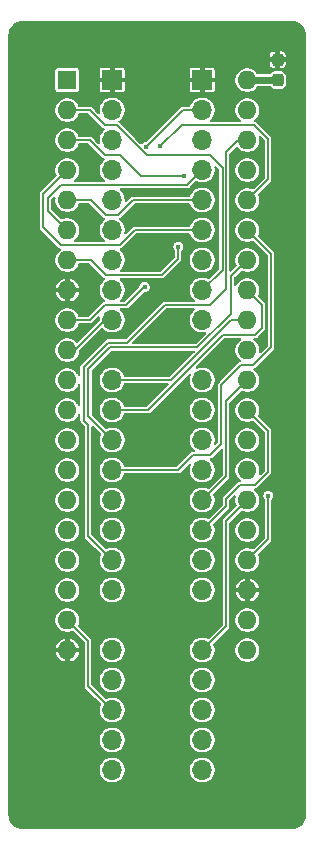
<source format=gbr>
G04 #@! TF.GenerationSoftware,KiCad,Pcbnew,9.0.6-9.0.6~ubuntu25.10.1*
G04 #@! TF.CreationDate,2025-12-24T13:55:13+09:00*
G04 #@! TF.ProjectId,bionic-dct11,62696f6e-6963-42d6-9463-7431312e6b69,1*
G04 #@! TF.SameCoordinates,Original*
G04 #@! TF.FileFunction,Copper,L2,Bot*
G04 #@! TF.FilePolarity,Positive*
%FSLAX46Y46*%
G04 Gerber Fmt 4.6, Leading zero omitted, Abs format (unit mm)*
G04 Created by KiCad (PCBNEW 9.0.6-9.0.6~ubuntu25.10.1) date 2025-12-24 13:55:13*
%MOMM*%
%LPD*%
G01*
G04 APERTURE LIST*
G04 Aperture macros list*
%AMRoundRect*
0 Rectangle with rounded corners*
0 $1 Rounding radius*
0 $2 $3 $4 $5 $6 $7 $8 $9 X,Y pos of 4 corners*
0 Add a 4 corners polygon primitive as box body*
4,1,4,$2,$3,$4,$5,$6,$7,$8,$9,$2,$3,0*
0 Add four circle primitives for the rounded corners*
1,1,$1+$1,$2,$3*
1,1,$1+$1,$4,$5*
1,1,$1+$1,$6,$7*
1,1,$1+$1,$8,$9*
0 Add four rect primitives between the rounded corners*
20,1,$1+$1,$2,$3,$4,$5,0*
20,1,$1+$1,$4,$5,$6,$7,0*
20,1,$1+$1,$6,$7,$8,$9,0*
20,1,$1+$1,$8,$9,$2,$3,0*%
G04 Aperture macros list end*
G04 #@! TA.AperFunction,ComponentPad*
%ADD10R,1.600000X1.600000*%
G04 #@! TD*
G04 #@! TA.AperFunction,ComponentPad*
%ADD11O,1.600000X1.600000*%
G04 #@! TD*
G04 #@! TA.AperFunction,ComponentPad*
%ADD12R,1.700000X1.700000*%
G04 #@! TD*
G04 #@! TA.AperFunction,ComponentPad*
%ADD13O,1.700000X1.700000*%
G04 #@! TD*
G04 #@! TA.AperFunction,SMDPad,CuDef*
%ADD14RoundRect,0.237500X0.237500X-0.300000X0.237500X0.300000X-0.237500X0.300000X-0.237500X-0.300000X0*%
G04 #@! TD*
G04 #@! TA.AperFunction,ViaPad*
%ADD15C,0.600000*%
G04 #@! TD*
G04 #@! TA.AperFunction,ViaPad*
%ADD16C,0.450000*%
G04 #@! TD*
G04 #@! TA.AperFunction,Conductor*
%ADD17C,0.150000*%
G04 #@! TD*
G04 #@! TA.AperFunction,Conductor*
%ADD18C,0.600000*%
G04 #@! TD*
G04 APERTURE END LIST*
D10*
X106080000Y-75080000D03*
D11*
X106080000Y-77620000D03*
X106080000Y-80160000D03*
X106080000Y-82700000D03*
X106080000Y-85240000D03*
X106080000Y-87780000D03*
X106080000Y-90320000D03*
X106080000Y-92860000D03*
X106080000Y-95400000D03*
X106080000Y-97940000D03*
X106080000Y-100480000D03*
X106080000Y-103020000D03*
X106080000Y-105560000D03*
X106080000Y-108100000D03*
X106080000Y-110640000D03*
X106080000Y-113180000D03*
X106080000Y-115720000D03*
X106080000Y-118260000D03*
X106080000Y-120800000D03*
X106080000Y-123340000D03*
X121320000Y-123340000D03*
X121320000Y-120800000D03*
X121320000Y-118260000D03*
X121320000Y-115720000D03*
X121320000Y-113180000D03*
X121320000Y-110640000D03*
X121320000Y-108100000D03*
X121320000Y-105560000D03*
X121320000Y-103020000D03*
X121320000Y-100480000D03*
X121320000Y-97940000D03*
X121320000Y-95400000D03*
X121320000Y-92860000D03*
X121320000Y-90320000D03*
X121320000Y-87780000D03*
X121320000Y-85240000D03*
X121320000Y-82700000D03*
X121320000Y-80160000D03*
X121320000Y-77620000D03*
X121320000Y-75080000D03*
D12*
X109890000Y-75080000D03*
D13*
X109890000Y-77620000D03*
X109890000Y-80160000D03*
X109890000Y-82700000D03*
X109890000Y-85240000D03*
X109890000Y-87780000D03*
X109890000Y-90320000D03*
X109890000Y-92860000D03*
X109890000Y-95400000D03*
X109890000Y-100480000D03*
X109890000Y-103020000D03*
X109890000Y-105560000D03*
X109890000Y-108100000D03*
X109890000Y-110640000D03*
X109890000Y-113180000D03*
X109890000Y-115720000D03*
X109890000Y-118260000D03*
X109890000Y-123340000D03*
X109890000Y-125880000D03*
X109890000Y-128420000D03*
X109890000Y-130960000D03*
X109890000Y-133500000D03*
X117510000Y-133500000D03*
X117510000Y-130960000D03*
X117510000Y-128420000D03*
X117510000Y-125880000D03*
X117510000Y-123340000D03*
X117510000Y-118260000D03*
X117510000Y-115720000D03*
X117510000Y-113180000D03*
X117510000Y-110640000D03*
X117510000Y-108100000D03*
X117510000Y-105560000D03*
X117510000Y-103020000D03*
X117510000Y-100480000D03*
X117510000Y-95400000D03*
X117510000Y-92860000D03*
X117510000Y-90320000D03*
X117510000Y-87780000D03*
X117510000Y-85240000D03*
X117510000Y-82700000D03*
X117510000Y-80160000D03*
X117510000Y-77620000D03*
D12*
X117510000Y-75080000D03*
D14*
X123910800Y-75080000D03*
X123910800Y-73355000D03*
D15*
X114335000Y-86510000D03*
X107985000Y-86764000D03*
X112303000Y-78509000D03*
X115986000Y-96670000D03*
X121320000Y-128420000D03*
X115732000Y-91717000D03*
X121320000Y-72921000D03*
X123860000Y-133500000D03*
X104810000Y-131976000D03*
X102270000Y-92987000D03*
X113700000Y-123213000D03*
X113700000Y-112164000D03*
X112938000Y-93749000D03*
X112938000Y-104290000D03*
X123733000Y-86510000D03*
X111287000Y-104290000D03*
X113700000Y-132230000D03*
D16*
X113971500Y-80685500D03*
X123098000Y-110259000D03*
X115986000Y-83208000D03*
X115478000Y-89177000D03*
X112748199Y-80730801D03*
X112626000Y-92606000D03*
D17*
X121320000Y-87780000D02*
X123352000Y-89812000D01*
X118183000Y-106830000D02*
X116748000Y-106830000D01*
X123352000Y-89812000D02*
X123352000Y-97686000D01*
X123352000Y-97686000D02*
X121828000Y-99210000D01*
X121828000Y-99210000D02*
X120812000Y-99210000D01*
X120812000Y-99210000D02*
X119142000Y-100880000D01*
X119142000Y-100880000D02*
X119142000Y-105871000D01*
X119142000Y-105871000D02*
X118183000Y-106830000D01*
X116748000Y-106830000D02*
X115478000Y-108100000D01*
X115478000Y-108100000D02*
X109890000Y-108100000D01*
X121320000Y-92860000D02*
X122590000Y-94130000D01*
X122590000Y-94130000D02*
X122590000Y-96035000D01*
X122590000Y-96035000D02*
X121976300Y-96648700D01*
X121976300Y-96648700D02*
X119309300Y-96648700D01*
X119309300Y-96648700D02*
X112938000Y-103020000D01*
X112938000Y-103020000D02*
X109890000Y-103020000D01*
X109890000Y-115720000D02*
X107858000Y-113688000D01*
X107477000Y-103909000D02*
X107477000Y-99337000D01*
X107858000Y-113688000D02*
X107858000Y-104290000D01*
X107477000Y-99337000D02*
X109509000Y-97305000D01*
X118145000Y-94130000D02*
X119542000Y-92733000D01*
X119542000Y-81176000D02*
X120558000Y-80160000D01*
X107858000Y-104290000D02*
X107477000Y-103909000D01*
X120558000Y-80160000D02*
X121320000Y-80160000D01*
X109509000Y-97305000D02*
X111160000Y-97305000D01*
X111160000Y-97305000D02*
X114335000Y-94130000D01*
X114335000Y-94130000D02*
X118145000Y-94130000D01*
X119542000Y-92733000D02*
X119542000Y-81176000D01*
X117510000Y-92860000D02*
X119241000Y-91129000D01*
X109255000Y-78890000D02*
X107985000Y-77620000D01*
X119241000Y-91129000D02*
X119241000Y-82526000D01*
X119241000Y-82526000D02*
X118145000Y-81430000D01*
X118145000Y-81430000D02*
X112811000Y-81430000D01*
X112811000Y-81430000D02*
X110271000Y-78890000D01*
X110271000Y-78890000D02*
X109255000Y-78890000D01*
X107985000Y-77620000D02*
X106080000Y-77620000D01*
X115478000Y-89177000D02*
X115478000Y-90193000D01*
X115478000Y-90193000D02*
X114081000Y-91590000D01*
X114081000Y-91590000D02*
X109382000Y-91590000D01*
X109382000Y-91590000D02*
X108112000Y-90320000D01*
X108112000Y-90320000D02*
X106080000Y-90320000D01*
X117510000Y-85240000D02*
X111668000Y-85240000D01*
X111668000Y-85240000D02*
X110398000Y-86510000D01*
X110398000Y-86510000D02*
X109382000Y-86510000D01*
X109382000Y-86510000D02*
X108112000Y-85240000D01*
X108112000Y-85240000D02*
X106080000Y-85240000D01*
X113971500Y-80685500D02*
X115767000Y-78890000D01*
X115767000Y-78890000D02*
X121891500Y-78890000D01*
X121891500Y-78890000D02*
X123098000Y-80096500D01*
X123098000Y-80096500D02*
X123098000Y-83462000D01*
X123098000Y-83462000D02*
X121320000Y-85240000D01*
X112748199Y-80730801D02*
X115859000Y-77620000D01*
X115859000Y-77620000D02*
X117510000Y-77620000D01*
X112626000Y-92606000D02*
X112620500Y-92606000D01*
X112620500Y-92606000D02*
X111096500Y-94130000D01*
X111096500Y-94130000D02*
X109255000Y-94130000D01*
X109255000Y-94130000D02*
X107985000Y-95400000D01*
X107985000Y-95400000D02*
X106080000Y-95400000D01*
X109890000Y-128420000D02*
X107858000Y-126388000D01*
X107858000Y-126388000D02*
X107858000Y-122578000D01*
X107858000Y-122578000D02*
X106080000Y-120800000D01*
D18*
X123910800Y-75080000D02*
X121320000Y-75080000D01*
D17*
X106080000Y-92860000D02*
X104429000Y-92860000D01*
X106715000Y-97940000D02*
X106080000Y-97940000D01*
X109255000Y-95400000D02*
X106715000Y-97940000D01*
X109890000Y-95400000D02*
X109255000Y-95400000D01*
X114900686Y-100480000D02*
X109890000Y-100480000D01*
X119980686Y-95400000D02*
X114900686Y-100480000D01*
X121320000Y-95400000D02*
X119980686Y-95400000D01*
X107877000Y-103547000D02*
X107877000Y-99572000D01*
X107877000Y-99572000D02*
X109744000Y-97705000D01*
X109744000Y-97705000D02*
X117110000Y-97705000D01*
X119942000Y-91698000D02*
X121320000Y-90320000D01*
X119942000Y-94873000D02*
X119942000Y-91698000D01*
X117110000Y-97705000D02*
X119942000Y-94873000D01*
X109890000Y-105560000D02*
X107877000Y-103547000D01*
X119542000Y-121308000D02*
X117510000Y-123340000D01*
X119542000Y-112418000D02*
X119542000Y-121308000D01*
X121320000Y-110640000D02*
X119542000Y-112418000D01*
X120685000Y-109370000D02*
X119542000Y-110513000D01*
X121955000Y-109370000D02*
X120685000Y-109370000D01*
X121320000Y-103020000D02*
X123098000Y-104798000D01*
X119542000Y-110513000D02*
X119542000Y-111148000D01*
X123098000Y-104798000D02*
X123098000Y-108227000D01*
X119542000Y-111148000D02*
X117510000Y-113180000D01*
X123098000Y-108227000D02*
X121955000Y-109370000D01*
X121320000Y-100480000D02*
X119542000Y-102258000D01*
X119542000Y-108608000D02*
X117510000Y-110640000D01*
X119542000Y-102258000D02*
X119542000Y-108608000D01*
X123098000Y-110259000D02*
X123098000Y-113942000D01*
X123098000Y-113942000D02*
X121320000Y-115720000D01*
X115986000Y-83208000D02*
X112303000Y-83208000D01*
X107985000Y-80160000D02*
X106080000Y-80160000D01*
X109255000Y-81430000D02*
X107985000Y-80160000D01*
X112303000Y-83208000D02*
X110525000Y-81430000D01*
X110525000Y-81430000D02*
X109255000Y-81430000D01*
X110525000Y-89050000D02*
X105572000Y-89050000D01*
X104029000Y-87507000D02*
X104029000Y-84751000D01*
X111795000Y-87780000D02*
X110525000Y-89050000D01*
X117510000Y-87780000D02*
X111795000Y-87780000D01*
X104029000Y-84751000D02*
X106080000Y-82700000D01*
X105572000Y-89050000D02*
X104029000Y-87507000D01*
X106080000Y-87780000D02*
X104429000Y-86129000D01*
X105548800Y-83970000D02*
X116240000Y-83970000D01*
X104429000Y-86129000D02*
X104429000Y-85089800D01*
X116240000Y-83970000D02*
X117510000Y-82700000D01*
X104429000Y-85089800D02*
X105548800Y-83970000D01*
G04 #@! TA.AperFunction,Conductor*
G36*
X116839380Y-94424407D02*
G01*
X116875344Y-94473907D01*
X116875344Y-94535093D01*
X116843996Y-94581026D01*
X116840353Y-94584015D01*
X116694020Y-94730348D01*
X116579058Y-94902402D01*
X116499869Y-95093581D01*
X116459500Y-95296532D01*
X116459500Y-95503467D01*
X116499869Y-95706418D01*
X116579058Y-95897597D01*
X116672726Y-96037782D01*
X116694023Y-96069655D01*
X116840345Y-96215977D01*
X117012402Y-96330941D01*
X117203580Y-96410130D01*
X117406535Y-96450500D01*
X117406536Y-96450500D01*
X117613464Y-96450500D01*
X117613465Y-96450500D01*
X117744537Y-96424428D01*
X117805297Y-96431620D01*
X117850227Y-96473152D01*
X117862164Y-96533162D01*
X117836548Y-96588727D01*
X117833854Y-96591530D01*
X117024881Y-97400504D01*
X116970364Y-97428281D01*
X116954877Y-97429500D01*
X111664123Y-97429500D01*
X111605932Y-97410593D01*
X111569968Y-97361093D01*
X111569968Y-97299907D01*
X111594119Y-97260496D01*
X112957018Y-95897598D01*
X114420120Y-94434496D01*
X114474637Y-94406719D01*
X114490124Y-94405500D01*
X116781189Y-94405500D01*
X116839380Y-94424407D01*
G37*
G04 #@! TD.AperFunction*
G04 #@! TA.AperFunction,Conductor*
G36*
X105041282Y-84963875D02*
G01*
X105084547Y-85007140D01*
X105094118Y-85067572D01*
X105093435Y-85071398D01*
X105079500Y-85141453D01*
X105079500Y-85338543D01*
X105117949Y-85531834D01*
X105117949Y-85531836D01*
X105193367Y-85713913D01*
X105193368Y-85713914D01*
X105302861Y-85877782D01*
X105442218Y-86017139D01*
X105606086Y-86126632D01*
X105788165Y-86202051D01*
X105981459Y-86240500D01*
X105981460Y-86240500D01*
X106178540Y-86240500D01*
X106178541Y-86240500D01*
X106371835Y-86202051D01*
X106553914Y-86126632D01*
X106717782Y-86017139D01*
X106857139Y-85877782D01*
X106966632Y-85713914D01*
X107023503Y-85576615D01*
X107063239Y-85530089D01*
X107114967Y-85515500D01*
X107956877Y-85515500D01*
X108015068Y-85534407D01*
X108026880Y-85544495D01*
X109225941Y-86743557D01*
X109255052Y-86755614D01*
X109301578Y-86795350D01*
X109315863Y-86854845D01*
X109292449Y-86911373D01*
X109272170Y-86929394D01*
X109220349Y-86964019D01*
X109074020Y-87110348D01*
X108959058Y-87282402D01*
X108879869Y-87473581D01*
X108839500Y-87676532D01*
X108839500Y-87883467D01*
X108879869Y-88086418D01*
X108959058Y-88277597D01*
X109052726Y-88417782D01*
X109074023Y-88449655D01*
X109220345Y-88595977D01*
X109220348Y-88595979D01*
X109220353Y-88595984D01*
X109223996Y-88598974D01*
X109256982Y-88650507D01*
X109253378Y-88711586D01*
X109214561Y-88758881D01*
X109161189Y-88774500D01*
X106718837Y-88774500D01*
X106660646Y-88755593D01*
X106624682Y-88706093D01*
X106624682Y-88644907D01*
X106660646Y-88595407D01*
X106663835Y-88593185D01*
X106717782Y-88557139D01*
X106857139Y-88417782D01*
X106966632Y-88253914D01*
X107042051Y-88071835D01*
X107080500Y-87878541D01*
X107080500Y-87681459D01*
X107042051Y-87488165D01*
X106966632Y-87306086D01*
X106857139Y-87142218D01*
X106717782Y-87002861D01*
X106607831Y-86929394D01*
X106553913Y-86893367D01*
X106371835Y-86817949D01*
X106178543Y-86779500D01*
X106178541Y-86779500D01*
X105981459Y-86779500D01*
X105981456Y-86779500D01*
X105788165Y-86817949D01*
X105788163Y-86817949D01*
X105650865Y-86874820D01*
X105589869Y-86879621D01*
X105542976Y-86853360D01*
X104733496Y-86043880D01*
X104705719Y-85989363D01*
X104704500Y-85973876D01*
X104704500Y-85244923D01*
X104723407Y-85186732D01*
X104733496Y-85174920D01*
X104926333Y-84982082D01*
X104980850Y-84954304D01*
X105041282Y-84963875D01*
G37*
G04 #@! TD.AperFunction*
G04 #@! TA.AperFunction,Conductor*
G36*
X125134309Y-70100877D02*
G01*
X125324457Y-70117512D01*
X125341437Y-70120505D01*
X125521635Y-70168789D01*
X125537839Y-70174687D01*
X125706902Y-70253523D01*
X125721842Y-70262149D01*
X125874641Y-70369140D01*
X125887861Y-70380232D01*
X126019767Y-70512138D01*
X126030859Y-70525358D01*
X126137850Y-70678157D01*
X126146478Y-70693101D01*
X126225308Y-70862151D01*
X126231211Y-70878368D01*
X126279492Y-71058555D01*
X126282488Y-71075550D01*
X126299123Y-71265690D01*
X126299500Y-71274318D01*
X126299500Y-137305681D01*
X126299123Y-137314309D01*
X126282488Y-137504449D01*
X126279492Y-137521444D01*
X126231211Y-137701631D01*
X126225308Y-137717848D01*
X126146478Y-137886898D01*
X126137850Y-137901842D01*
X126030859Y-138054641D01*
X126019767Y-138067861D01*
X125887861Y-138199767D01*
X125874641Y-138210859D01*
X125721842Y-138317850D01*
X125706898Y-138326478D01*
X125537848Y-138405308D01*
X125521631Y-138411211D01*
X125341444Y-138459492D01*
X125324449Y-138462488D01*
X125134309Y-138479123D01*
X125125681Y-138479500D01*
X102274319Y-138479500D01*
X102265691Y-138479123D01*
X102075550Y-138462488D01*
X102058555Y-138459492D01*
X101878368Y-138411211D01*
X101862154Y-138405309D01*
X101693100Y-138326477D01*
X101678157Y-138317850D01*
X101525358Y-138210859D01*
X101512138Y-138199767D01*
X101380232Y-138067861D01*
X101369140Y-138054641D01*
X101262149Y-137901842D01*
X101253523Y-137886902D01*
X101174687Y-137717839D01*
X101168788Y-137701631D01*
X101149843Y-137630926D01*
X101120505Y-137521437D01*
X101117512Y-137504457D01*
X101100877Y-137314309D01*
X101100500Y-137305681D01*
X101100500Y-133396532D01*
X108839500Y-133396532D01*
X108839500Y-133603467D01*
X108879869Y-133806418D01*
X108959058Y-133997597D01*
X108959059Y-133997598D01*
X109074023Y-134169655D01*
X109220345Y-134315977D01*
X109392402Y-134430941D01*
X109583580Y-134510130D01*
X109786535Y-134550500D01*
X109786536Y-134550500D01*
X109993464Y-134550500D01*
X109993465Y-134550500D01*
X110196420Y-134510130D01*
X110387598Y-134430941D01*
X110559655Y-134315977D01*
X110705977Y-134169655D01*
X110820941Y-133997598D01*
X110900130Y-133806420D01*
X110940500Y-133603465D01*
X110940500Y-133396535D01*
X110940499Y-133396532D01*
X116459500Y-133396532D01*
X116459500Y-133603467D01*
X116499869Y-133806418D01*
X116579058Y-133997597D01*
X116579059Y-133997598D01*
X116694023Y-134169655D01*
X116840345Y-134315977D01*
X117012402Y-134430941D01*
X117203580Y-134510130D01*
X117406535Y-134550500D01*
X117406536Y-134550500D01*
X117613464Y-134550500D01*
X117613465Y-134550500D01*
X117816420Y-134510130D01*
X118007598Y-134430941D01*
X118179655Y-134315977D01*
X118325977Y-134169655D01*
X118440941Y-133997598D01*
X118520130Y-133806420D01*
X118560500Y-133603465D01*
X118560500Y-133396535D01*
X118520130Y-133193580D01*
X118440941Y-133002402D01*
X118325977Y-132830345D01*
X118179655Y-132684023D01*
X118007598Y-132569059D01*
X118007599Y-132569059D01*
X118007597Y-132569058D01*
X117816418Y-132489869D01*
X117613467Y-132449500D01*
X117613465Y-132449500D01*
X117406535Y-132449500D01*
X117406532Y-132449500D01*
X117203581Y-132489869D01*
X117012402Y-132569058D01*
X116840348Y-132684020D01*
X116694020Y-132830348D01*
X116579058Y-133002402D01*
X116499869Y-133193581D01*
X116459500Y-133396532D01*
X110940499Y-133396532D01*
X110900130Y-133193580D01*
X110820941Y-133002402D01*
X110705977Y-132830345D01*
X110559655Y-132684023D01*
X110387598Y-132569059D01*
X110387599Y-132569059D01*
X110387597Y-132569058D01*
X110196418Y-132489869D01*
X109993467Y-132449500D01*
X109993465Y-132449500D01*
X109786535Y-132449500D01*
X109786532Y-132449500D01*
X109583581Y-132489869D01*
X109392402Y-132569058D01*
X109220348Y-132684020D01*
X109074020Y-132830348D01*
X108959058Y-133002402D01*
X108879869Y-133193581D01*
X108839500Y-133396532D01*
X101100500Y-133396532D01*
X101100500Y-130856532D01*
X108839500Y-130856532D01*
X108839500Y-131063467D01*
X108879869Y-131266418D01*
X108959058Y-131457597D01*
X108959059Y-131457598D01*
X109074023Y-131629655D01*
X109220345Y-131775977D01*
X109392402Y-131890941D01*
X109583580Y-131970130D01*
X109786535Y-132010500D01*
X109786536Y-132010500D01*
X109993464Y-132010500D01*
X109993465Y-132010500D01*
X110196420Y-131970130D01*
X110387598Y-131890941D01*
X110559655Y-131775977D01*
X110705977Y-131629655D01*
X110820941Y-131457598D01*
X110900130Y-131266420D01*
X110940500Y-131063465D01*
X110940500Y-130856535D01*
X110940499Y-130856532D01*
X116459500Y-130856532D01*
X116459500Y-131063467D01*
X116499869Y-131266418D01*
X116579058Y-131457597D01*
X116579059Y-131457598D01*
X116694023Y-131629655D01*
X116840345Y-131775977D01*
X117012402Y-131890941D01*
X117203580Y-131970130D01*
X117406535Y-132010500D01*
X117406536Y-132010500D01*
X117613464Y-132010500D01*
X117613465Y-132010500D01*
X117816420Y-131970130D01*
X118007598Y-131890941D01*
X118179655Y-131775977D01*
X118325977Y-131629655D01*
X118440941Y-131457598D01*
X118520130Y-131266420D01*
X118560500Y-131063465D01*
X118560500Y-130856535D01*
X118520130Y-130653580D01*
X118440941Y-130462402D01*
X118325977Y-130290345D01*
X118179655Y-130144023D01*
X118007598Y-130029059D01*
X118007599Y-130029059D01*
X118007597Y-130029058D01*
X117816418Y-129949869D01*
X117613467Y-129909500D01*
X117613465Y-129909500D01*
X117406535Y-129909500D01*
X117406532Y-129909500D01*
X117203581Y-129949869D01*
X117012402Y-130029058D01*
X116840348Y-130144020D01*
X116694020Y-130290348D01*
X116579058Y-130462402D01*
X116499869Y-130653581D01*
X116459500Y-130856532D01*
X110940499Y-130856532D01*
X110900130Y-130653580D01*
X110820941Y-130462402D01*
X110705977Y-130290345D01*
X110559655Y-130144023D01*
X110387598Y-130029059D01*
X110387599Y-130029059D01*
X110387597Y-130029058D01*
X110196418Y-129949869D01*
X109993467Y-129909500D01*
X109993465Y-129909500D01*
X109786535Y-129909500D01*
X109786532Y-129909500D01*
X109583581Y-129949869D01*
X109392402Y-130029058D01*
X109220348Y-130144020D01*
X109074020Y-130290348D01*
X108959058Y-130462402D01*
X108879869Y-130653581D01*
X108839500Y-130856532D01*
X101100500Y-130856532D01*
X101100500Y-123140000D01*
X105100190Y-123140000D01*
X105733589Y-123140000D01*
X105707259Y-123185606D01*
X105680000Y-123287339D01*
X105680000Y-123392661D01*
X105707259Y-123494394D01*
X105733590Y-123540000D01*
X105100191Y-123540000D01*
X105118429Y-123631688D01*
X105118429Y-123631690D01*
X105193808Y-123813673D01*
X105193814Y-123813685D01*
X105303249Y-123977462D01*
X105303252Y-123977466D01*
X105442533Y-124116747D01*
X105442537Y-124116750D01*
X105606314Y-124226185D01*
X105606326Y-124226191D01*
X105788304Y-124301568D01*
X105788315Y-124301571D01*
X105880000Y-124319807D01*
X105880000Y-123686410D01*
X105925606Y-123712741D01*
X106027339Y-123740000D01*
X106132661Y-123740000D01*
X106234394Y-123712741D01*
X106280000Y-123686410D01*
X106280000Y-124319806D01*
X106371684Y-124301571D01*
X106371695Y-124301568D01*
X106553673Y-124226191D01*
X106553685Y-124226185D01*
X106717462Y-124116750D01*
X106717466Y-124116747D01*
X106856747Y-123977466D01*
X106856750Y-123977462D01*
X106966185Y-123813685D01*
X106966191Y-123813673D01*
X107041570Y-123631690D01*
X107041570Y-123631688D01*
X107059809Y-123540000D01*
X106426410Y-123540000D01*
X106452741Y-123494394D01*
X106480000Y-123392661D01*
X106480000Y-123287339D01*
X106452741Y-123185606D01*
X106426411Y-123140000D01*
X107059809Y-123140000D01*
X107041570Y-123048311D01*
X107041570Y-123048309D01*
X106966191Y-122866326D01*
X106966185Y-122866314D01*
X106856750Y-122702537D01*
X106856747Y-122702533D01*
X106717466Y-122563252D01*
X106717462Y-122563249D01*
X106553685Y-122453814D01*
X106553673Y-122453808D01*
X106371689Y-122378429D01*
X106280000Y-122360190D01*
X106280000Y-122993589D01*
X106234394Y-122967259D01*
X106132661Y-122940000D01*
X106027339Y-122940000D01*
X105925606Y-122967259D01*
X105880000Y-122993589D01*
X105880000Y-122360190D01*
X105788311Y-122378429D01*
X105788309Y-122378429D01*
X105606326Y-122453808D01*
X105606314Y-122453814D01*
X105442537Y-122563249D01*
X105442533Y-122563252D01*
X105303252Y-122702533D01*
X105303249Y-122702537D01*
X105193814Y-122866314D01*
X105193808Y-122866326D01*
X105118429Y-123048309D01*
X105118429Y-123048311D01*
X105100190Y-123140000D01*
X101100500Y-123140000D01*
X101100500Y-120701456D01*
X105079500Y-120701456D01*
X105079500Y-120898543D01*
X105117949Y-121091834D01*
X105117949Y-121091836D01*
X105193367Y-121273913D01*
X105229699Y-121328288D01*
X105302861Y-121437782D01*
X105442218Y-121577139D01*
X105606086Y-121686632D01*
X105788165Y-121762051D01*
X105981459Y-121800500D01*
X105981460Y-121800500D01*
X106178540Y-121800500D01*
X106178541Y-121800500D01*
X106371835Y-121762051D01*
X106509137Y-121705178D01*
X106570131Y-121700378D01*
X106617024Y-121726639D01*
X107553504Y-122663119D01*
X107581281Y-122717636D01*
X107582500Y-122733123D01*
X107582500Y-126442800D01*
X107624443Y-126544058D01*
X108449885Y-127369500D01*
X108925092Y-127844707D01*
X108952869Y-127899224D01*
X108946552Y-127952597D01*
X108879869Y-128113581D01*
X108839500Y-128316532D01*
X108839500Y-128523467D01*
X108879869Y-128726418D01*
X108959058Y-128917597D01*
X108959059Y-128917598D01*
X109074023Y-129089655D01*
X109220345Y-129235977D01*
X109392402Y-129350941D01*
X109583580Y-129430130D01*
X109786535Y-129470500D01*
X109786536Y-129470500D01*
X109993464Y-129470500D01*
X109993465Y-129470500D01*
X110196420Y-129430130D01*
X110387598Y-129350941D01*
X110559655Y-129235977D01*
X110705977Y-129089655D01*
X110820941Y-128917598D01*
X110900130Y-128726420D01*
X110940500Y-128523465D01*
X110940500Y-128316535D01*
X110940499Y-128316532D01*
X116459500Y-128316532D01*
X116459500Y-128523467D01*
X116499869Y-128726418D01*
X116579058Y-128917597D01*
X116579059Y-128917598D01*
X116694023Y-129089655D01*
X116840345Y-129235977D01*
X117012402Y-129350941D01*
X117203580Y-129430130D01*
X117406535Y-129470500D01*
X117406536Y-129470500D01*
X117613464Y-129470500D01*
X117613465Y-129470500D01*
X117816420Y-129430130D01*
X118007598Y-129350941D01*
X118179655Y-129235977D01*
X118325977Y-129089655D01*
X118440941Y-128917598D01*
X118520130Y-128726420D01*
X118560500Y-128523465D01*
X118560500Y-128316535D01*
X118520130Y-128113580D01*
X118440941Y-127922402D01*
X118325977Y-127750345D01*
X118179655Y-127604023D01*
X118007598Y-127489059D01*
X118007599Y-127489059D01*
X118007597Y-127489058D01*
X117816418Y-127409869D01*
X117613467Y-127369500D01*
X117613465Y-127369500D01*
X117406535Y-127369500D01*
X117406532Y-127369500D01*
X117203581Y-127409869D01*
X117012402Y-127489058D01*
X116840348Y-127604020D01*
X116694020Y-127750348D01*
X116579058Y-127922402D01*
X116499869Y-128113581D01*
X116459500Y-128316532D01*
X110940499Y-128316532D01*
X110900130Y-128113580D01*
X110820941Y-127922402D01*
X110705977Y-127750345D01*
X110559655Y-127604023D01*
X110387598Y-127489059D01*
X110387599Y-127489059D01*
X110387597Y-127489058D01*
X110196418Y-127409869D01*
X109993467Y-127369500D01*
X109993465Y-127369500D01*
X109786535Y-127369500D01*
X109786532Y-127369500D01*
X109583581Y-127409869D01*
X109474405Y-127455092D01*
X109422596Y-127476552D01*
X109361600Y-127481353D01*
X109314707Y-127455092D01*
X108162496Y-126302881D01*
X108134719Y-126248364D01*
X108133500Y-126232877D01*
X108133500Y-125776532D01*
X108839500Y-125776532D01*
X108839500Y-125983467D01*
X108879869Y-126186418D01*
X108959058Y-126377597D01*
X109002625Y-126442800D01*
X109074023Y-126549655D01*
X109220345Y-126695977D01*
X109392402Y-126810941D01*
X109583580Y-126890130D01*
X109786535Y-126930500D01*
X109786536Y-126930500D01*
X109993464Y-126930500D01*
X109993465Y-126930500D01*
X110196420Y-126890130D01*
X110387598Y-126810941D01*
X110559655Y-126695977D01*
X110705977Y-126549655D01*
X110820941Y-126377598D01*
X110900130Y-126186420D01*
X110940500Y-125983465D01*
X110940500Y-125776535D01*
X110940499Y-125776532D01*
X116459500Y-125776532D01*
X116459500Y-125983467D01*
X116499869Y-126186418D01*
X116579058Y-126377597D01*
X116622625Y-126442800D01*
X116694023Y-126549655D01*
X116840345Y-126695977D01*
X117012402Y-126810941D01*
X117203580Y-126890130D01*
X117406535Y-126930500D01*
X117406536Y-126930500D01*
X117613464Y-126930500D01*
X117613465Y-126930500D01*
X117816420Y-126890130D01*
X118007598Y-126810941D01*
X118179655Y-126695977D01*
X118325977Y-126549655D01*
X118440941Y-126377598D01*
X118520130Y-126186420D01*
X118560500Y-125983465D01*
X118560500Y-125776535D01*
X118520130Y-125573580D01*
X118440941Y-125382402D01*
X118325977Y-125210345D01*
X118179655Y-125064023D01*
X118007598Y-124949059D01*
X118007599Y-124949059D01*
X118007597Y-124949058D01*
X117816418Y-124869869D01*
X117613467Y-124829500D01*
X117613465Y-124829500D01*
X117406535Y-124829500D01*
X117406532Y-124829500D01*
X117203581Y-124869869D01*
X117012402Y-124949058D01*
X116840348Y-125064020D01*
X116694020Y-125210348D01*
X116579058Y-125382402D01*
X116499869Y-125573581D01*
X116459500Y-125776532D01*
X110940499Y-125776532D01*
X110900130Y-125573580D01*
X110820941Y-125382402D01*
X110705977Y-125210345D01*
X110559655Y-125064023D01*
X110387598Y-124949059D01*
X110387599Y-124949059D01*
X110387597Y-124949058D01*
X110196418Y-124869869D01*
X109993467Y-124829500D01*
X109993465Y-124829500D01*
X109786535Y-124829500D01*
X109786532Y-124829500D01*
X109583581Y-124869869D01*
X109392402Y-124949058D01*
X109220348Y-125064020D01*
X109074020Y-125210348D01*
X108959058Y-125382402D01*
X108879869Y-125573581D01*
X108839500Y-125776532D01*
X108133500Y-125776532D01*
X108133500Y-123236532D01*
X108839500Y-123236532D01*
X108839500Y-123443467D01*
X108879869Y-123646418D01*
X108959058Y-123837597D01*
X109052726Y-123977782D01*
X109074023Y-124009655D01*
X109220345Y-124155977D01*
X109392402Y-124270941D01*
X109583580Y-124350130D01*
X109786535Y-124390500D01*
X109786536Y-124390500D01*
X109993464Y-124390500D01*
X109993465Y-124390500D01*
X110196420Y-124350130D01*
X110387598Y-124270941D01*
X110559655Y-124155977D01*
X110705977Y-124009655D01*
X110820941Y-123837598D01*
X110900130Y-123646420D01*
X110940500Y-123443465D01*
X110940500Y-123236535D01*
X110900130Y-123033580D01*
X110820941Y-122842402D01*
X110705977Y-122670345D01*
X110559655Y-122524023D01*
X110559651Y-122524020D01*
X110387597Y-122409058D01*
X110196418Y-122329869D01*
X109993467Y-122289500D01*
X109993465Y-122289500D01*
X109786535Y-122289500D01*
X109786532Y-122289500D01*
X109583581Y-122329869D01*
X109392402Y-122409058D01*
X109220348Y-122524020D01*
X109074020Y-122670348D01*
X108959058Y-122842402D01*
X108879869Y-123033581D01*
X108839500Y-123236532D01*
X108133500Y-123236532D01*
X108133500Y-122523198D01*
X108091559Y-122421944D01*
X108091558Y-122421943D01*
X108091558Y-122421942D01*
X107006638Y-121337023D01*
X106978862Y-121282507D01*
X106985178Y-121229138D01*
X107042051Y-121091835D01*
X107080500Y-120898541D01*
X107080500Y-120701459D01*
X107042051Y-120508165D01*
X106966632Y-120326086D01*
X106857139Y-120162218D01*
X106717782Y-120022861D01*
X106553914Y-119913368D01*
X106553915Y-119913368D01*
X106553913Y-119913367D01*
X106371835Y-119837949D01*
X106178543Y-119799500D01*
X106178541Y-119799500D01*
X105981459Y-119799500D01*
X105981456Y-119799500D01*
X105788165Y-119837949D01*
X105788163Y-119837949D01*
X105606086Y-119913367D01*
X105442218Y-120022861D01*
X105442214Y-120022864D01*
X105302864Y-120162214D01*
X105302861Y-120162218D01*
X105193367Y-120326086D01*
X105117949Y-120508163D01*
X105117949Y-120508165D01*
X105079500Y-120701456D01*
X101100500Y-120701456D01*
X101100500Y-118161456D01*
X105079500Y-118161456D01*
X105079500Y-118358543D01*
X105117949Y-118551834D01*
X105117949Y-118551836D01*
X105193367Y-118733913D01*
X105193368Y-118733914D01*
X105302861Y-118897782D01*
X105442218Y-119037139D01*
X105606086Y-119146632D01*
X105788165Y-119222051D01*
X105981459Y-119260500D01*
X105981460Y-119260500D01*
X106178540Y-119260500D01*
X106178541Y-119260500D01*
X106371835Y-119222051D01*
X106553914Y-119146632D01*
X106717782Y-119037139D01*
X106857139Y-118897782D01*
X106966632Y-118733914D01*
X107042051Y-118551835D01*
X107080500Y-118358541D01*
X107080500Y-118161459D01*
X107080499Y-118161456D01*
X107079520Y-118156532D01*
X108839500Y-118156532D01*
X108839500Y-118363467D01*
X108879869Y-118566418D01*
X108959058Y-118757597D01*
X109052726Y-118897782D01*
X109074023Y-118929655D01*
X109220345Y-119075977D01*
X109392402Y-119190941D01*
X109583580Y-119270130D01*
X109786535Y-119310500D01*
X109786536Y-119310500D01*
X109993464Y-119310500D01*
X109993465Y-119310500D01*
X110196420Y-119270130D01*
X110387598Y-119190941D01*
X110559655Y-119075977D01*
X110705977Y-118929655D01*
X110820941Y-118757598D01*
X110900130Y-118566420D01*
X110940500Y-118363465D01*
X110940500Y-118156535D01*
X110940499Y-118156532D01*
X116459500Y-118156532D01*
X116459500Y-118363467D01*
X116499869Y-118566418D01*
X116579058Y-118757597D01*
X116672726Y-118897782D01*
X116694023Y-118929655D01*
X116840345Y-119075977D01*
X117012402Y-119190941D01*
X117203580Y-119270130D01*
X117406535Y-119310500D01*
X117406536Y-119310500D01*
X117613464Y-119310500D01*
X117613465Y-119310500D01*
X117816420Y-119270130D01*
X118007598Y-119190941D01*
X118179655Y-119075977D01*
X118325977Y-118929655D01*
X118440941Y-118757598D01*
X118520130Y-118566420D01*
X118560500Y-118363465D01*
X118560500Y-118156535D01*
X118520130Y-117953580D01*
X118440941Y-117762402D01*
X118325977Y-117590345D01*
X118179655Y-117444023D01*
X118179651Y-117444020D01*
X118007597Y-117329058D01*
X117816418Y-117249869D01*
X117613467Y-117209500D01*
X117613465Y-117209500D01*
X117406535Y-117209500D01*
X117406532Y-117209500D01*
X117203581Y-117249869D01*
X117012402Y-117329058D01*
X116840348Y-117444020D01*
X116694020Y-117590348D01*
X116579058Y-117762402D01*
X116499869Y-117953581D01*
X116459500Y-118156532D01*
X110940499Y-118156532D01*
X110900130Y-117953580D01*
X110820941Y-117762402D01*
X110705977Y-117590345D01*
X110559655Y-117444023D01*
X110559651Y-117444020D01*
X110387597Y-117329058D01*
X110196418Y-117249869D01*
X109993467Y-117209500D01*
X109993465Y-117209500D01*
X109786535Y-117209500D01*
X109786532Y-117209500D01*
X109583581Y-117249869D01*
X109392402Y-117329058D01*
X109220348Y-117444020D01*
X109074020Y-117590348D01*
X108959058Y-117762402D01*
X108879869Y-117953581D01*
X108839500Y-118156532D01*
X107079520Y-118156532D01*
X107060318Y-118059999D01*
X107042051Y-117968165D01*
X106966632Y-117786086D01*
X106857139Y-117622218D01*
X106717782Y-117482861D01*
X106608288Y-117409699D01*
X106553913Y-117373367D01*
X106371835Y-117297949D01*
X106178543Y-117259500D01*
X106178541Y-117259500D01*
X105981459Y-117259500D01*
X105981456Y-117259500D01*
X105788165Y-117297949D01*
X105788163Y-117297949D01*
X105606086Y-117373367D01*
X105442218Y-117482861D01*
X105442214Y-117482864D01*
X105302864Y-117622214D01*
X105302861Y-117622218D01*
X105193367Y-117786086D01*
X105117949Y-117968163D01*
X105117949Y-117968165D01*
X105079500Y-118161456D01*
X101100500Y-118161456D01*
X101100500Y-115621456D01*
X105079500Y-115621456D01*
X105079500Y-115818543D01*
X105117949Y-116011834D01*
X105117949Y-116011836D01*
X105193367Y-116193913D01*
X105193368Y-116193914D01*
X105302861Y-116357782D01*
X105442218Y-116497139D01*
X105606086Y-116606632D01*
X105788165Y-116682051D01*
X105981459Y-116720500D01*
X105981460Y-116720500D01*
X106178540Y-116720500D01*
X106178541Y-116720500D01*
X106371835Y-116682051D01*
X106553914Y-116606632D01*
X106717782Y-116497139D01*
X106857139Y-116357782D01*
X106966632Y-116193914D01*
X107042051Y-116011835D01*
X107080500Y-115818541D01*
X107080500Y-115621459D01*
X107042051Y-115428165D01*
X106966632Y-115246086D01*
X106857139Y-115082218D01*
X106717782Y-114942861D01*
X106553914Y-114833368D01*
X106553915Y-114833368D01*
X106553913Y-114833367D01*
X106371835Y-114757949D01*
X106178543Y-114719500D01*
X106178541Y-114719500D01*
X105981459Y-114719500D01*
X105981456Y-114719500D01*
X105788165Y-114757949D01*
X105788163Y-114757949D01*
X105606086Y-114833367D01*
X105442218Y-114942861D01*
X105442214Y-114942864D01*
X105302864Y-115082214D01*
X105302861Y-115082218D01*
X105193367Y-115246086D01*
X105117949Y-115428163D01*
X105117949Y-115428165D01*
X105079500Y-115621456D01*
X101100500Y-115621456D01*
X101100500Y-113081456D01*
X105079500Y-113081456D01*
X105079500Y-113278543D01*
X105117949Y-113471834D01*
X105117949Y-113471836D01*
X105193367Y-113653913D01*
X105193368Y-113653914D01*
X105302861Y-113817782D01*
X105442218Y-113957139D01*
X105606086Y-114066632D01*
X105788165Y-114142051D01*
X105981459Y-114180500D01*
X105981460Y-114180500D01*
X106178540Y-114180500D01*
X106178541Y-114180500D01*
X106371835Y-114142051D01*
X106553914Y-114066632D01*
X106717782Y-113957139D01*
X106857139Y-113817782D01*
X106966632Y-113653914D01*
X107042051Y-113471835D01*
X107080500Y-113278541D01*
X107080500Y-113081459D01*
X107042051Y-112888165D01*
X106966632Y-112706086D01*
X106857139Y-112542218D01*
X106717782Y-112402861D01*
X106553914Y-112293368D01*
X106553915Y-112293368D01*
X106553913Y-112293367D01*
X106371835Y-112217949D01*
X106178543Y-112179500D01*
X106178541Y-112179500D01*
X105981459Y-112179500D01*
X105981456Y-112179500D01*
X105788165Y-112217949D01*
X105788163Y-112217949D01*
X105606086Y-112293367D01*
X105442218Y-112402861D01*
X105442214Y-112402864D01*
X105302864Y-112542214D01*
X105302861Y-112542218D01*
X105193367Y-112706086D01*
X105117949Y-112888163D01*
X105117949Y-112888165D01*
X105079500Y-113081456D01*
X101100500Y-113081456D01*
X101100500Y-110541456D01*
X105079500Y-110541456D01*
X105079500Y-110738543D01*
X105117949Y-110931834D01*
X105117949Y-110931836D01*
X105193367Y-111113913D01*
X105193368Y-111113914D01*
X105302861Y-111277782D01*
X105442218Y-111417139D01*
X105606086Y-111526632D01*
X105788165Y-111602051D01*
X105981459Y-111640500D01*
X105981460Y-111640500D01*
X106178540Y-111640500D01*
X106178541Y-111640500D01*
X106371835Y-111602051D01*
X106553914Y-111526632D01*
X106717782Y-111417139D01*
X106857139Y-111277782D01*
X106966632Y-111113914D01*
X107042051Y-110931835D01*
X107080500Y-110738541D01*
X107080500Y-110541459D01*
X107042051Y-110348165D01*
X106966632Y-110166086D01*
X106857139Y-110002218D01*
X106717782Y-109862861D01*
X106553914Y-109753368D01*
X106553915Y-109753368D01*
X106553913Y-109753367D01*
X106371835Y-109677949D01*
X106178543Y-109639500D01*
X106178541Y-109639500D01*
X105981459Y-109639500D01*
X105981456Y-109639500D01*
X105788165Y-109677949D01*
X105788163Y-109677949D01*
X105606086Y-109753367D01*
X105442218Y-109862861D01*
X105442214Y-109862864D01*
X105302864Y-110002214D01*
X105302861Y-110002218D01*
X105193367Y-110166086D01*
X105117949Y-110348163D01*
X105117949Y-110348165D01*
X105079500Y-110541456D01*
X101100500Y-110541456D01*
X101100500Y-108001456D01*
X105079500Y-108001456D01*
X105079500Y-108198543D01*
X105117949Y-108391834D01*
X105117949Y-108391836D01*
X105193367Y-108573913D01*
X105193368Y-108573914D01*
X105302861Y-108737782D01*
X105442218Y-108877139D01*
X105606086Y-108986632D01*
X105788165Y-109062051D01*
X105981459Y-109100500D01*
X105981460Y-109100500D01*
X106178540Y-109100500D01*
X106178541Y-109100500D01*
X106371835Y-109062051D01*
X106553914Y-108986632D01*
X106717782Y-108877139D01*
X106857139Y-108737782D01*
X106966632Y-108573914D01*
X107042051Y-108391835D01*
X107080500Y-108198541D01*
X107080500Y-108001459D01*
X107042051Y-107808165D01*
X106966632Y-107626086D01*
X106857139Y-107462218D01*
X106717782Y-107322861D01*
X106553914Y-107213368D01*
X106553915Y-107213368D01*
X106553913Y-107213367D01*
X106371835Y-107137949D01*
X106178543Y-107099500D01*
X106178541Y-107099500D01*
X105981459Y-107099500D01*
X105981456Y-107099500D01*
X105788165Y-107137949D01*
X105788163Y-107137949D01*
X105606086Y-107213367D01*
X105442218Y-107322861D01*
X105442214Y-107322864D01*
X105302864Y-107462214D01*
X105302861Y-107462218D01*
X105193367Y-107626086D01*
X105117949Y-107808163D01*
X105117949Y-107808165D01*
X105079500Y-108001456D01*
X101100500Y-108001456D01*
X101100500Y-105461456D01*
X105079500Y-105461456D01*
X105079500Y-105658543D01*
X105117949Y-105851834D01*
X105117949Y-105851836D01*
X105193367Y-106033913D01*
X105193368Y-106033914D01*
X105302861Y-106197782D01*
X105442218Y-106337139D01*
X105606086Y-106446632D01*
X105788165Y-106522051D01*
X105981459Y-106560500D01*
X105981460Y-106560500D01*
X106178540Y-106560500D01*
X106178541Y-106560500D01*
X106371835Y-106522051D01*
X106553914Y-106446632D01*
X106717782Y-106337139D01*
X106857139Y-106197782D01*
X106966632Y-106033914D01*
X107042051Y-105851835D01*
X107080500Y-105658541D01*
X107080500Y-105461459D01*
X107042051Y-105268165D01*
X106966632Y-105086086D01*
X106857139Y-104922218D01*
X106717782Y-104782861D01*
X106553914Y-104673368D01*
X106553915Y-104673368D01*
X106553913Y-104673367D01*
X106371835Y-104597949D01*
X106178543Y-104559500D01*
X106178541Y-104559500D01*
X105981459Y-104559500D01*
X105981456Y-104559500D01*
X105788165Y-104597949D01*
X105788163Y-104597949D01*
X105606086Y-104673367D01*
X105442218Y-104782861D01*
X105442214Y-104782864D01*
X105302864Y-104922214D01*
X105302861Y-104922218D01*
X105193367Y-105086086D01*
X105117949Y-105268163D01*
X105117949Y-105268165D01*
X105079500Y-105461456D01*
X101100500Y-105461456D01*
X101100500Y-92660000D01*
X105100190Y-92660000D01*
X105733589Y-92660000D01*
X105707259Y-92705606D01*
X105680000Y-92807339D01*
X105680000Y-92912661D01*
X105707259Y-93014394D01*
X105733590Y-93060000D01*
X105100191Y-93060000D01*
X105118429Y-93151688D01*
X105118429Y-93151690D01*
X105193808Y-93333673D01*
X105193814Y-93333685D01*
X105303249Y-93497462D01*
X105303252Y-93497466D01*
X105442533Y-93636747D01*
X105442537Y-93636750D01*
X105606314Y-93746185D01*
X105606326Y-93746191D01*
X105788304Y-93821568D01*
X105788315Y-93821571D01*
X105880000Y-93839807D01*
X105880000Y-93206410D01*
X105925606Y-93232741D01*
X106027339Y-93260000D01*
X106132661Y-93260000D01*
X106234394Y-93232741D01*
X106280000Y-93206410D01*
X106280000Y-93839806D01*
X106371684Y-93821571D01*
X106371695Y-93821568D01*
X106553673Y-93746191D01*
X106553685Y-93746185D01*
X106717462Y-93636750D01*
X106717466Y-93636747D01*
X106856747Y-93497466D01*
X106856750Y-93497462D01*
X106966185Y-93333685D01*
X106966191Y-93333673D01*
X107041570Y-93151690D01*
X107041570Y-93151688D01*
X107059809Y-93060000D01*
X106426410Y-93060000D01*
X106452741Y-93014394D01*
X106480000Y-92912661D01*
X106480000Y-92807339D01*
X106452741Y-92705606D01*
X106426411Y-92660000D01*
X107059809Y-92660000D01*
X107041570Y-92568311D01*
X107041570Y-92568309D01*
X106966191Y-92386326D01*
X106966185Y-92386314D01*
X106856750Y-92222537D01*
X106856747Y-92222533D01*
X106717466Y-92083252D01*
X106717462Y-92083249D01*
X106553685Y-91973814D01*
X106553673Y-91973808D01*
X106371689Y-91898429D01*
X106280000Y-91880190D01*
X106280000Y-92513589D01*
X106234394Y-92487259D01*
X106132661Y-92460000D01*
X106027339Y-92460000D01*
X105925606Y-92487259D01*
X105880000Y-92513589D01*
X105880000Y-91880190D01*
X105788311Y-91898429D01*
X105788309Y-91898429D01*
X105606326Y-91973808D01*
X105606314Y-91973814D01*
X105442537Y-92083249D01*
X105442533Y-92083252D01*
X105303252Y-92222533D01*
X105303249Y-92222537D01*
X105193814Y-92386314D01*
X105193808Y-92386326D01*
X105118429Y-92568309D01*
X105118429Y-92568311D01*
X105100190Y-92660000D01*
X101100500Y-92660000D01*
X101100500Y-84696200D01*
X103753500Y-84696200D01*
X103753500Y-87561800D01*
X103795443Y-87663058D01*
X105415942Y-89283558D01*
X105415943Y-89283558D01*
X105415944Y-89283559D01*
X105500609Y-89318628D01*
X105547135Y-89358364D01*
X105561419Y-89417859D01*
X105538005Y-89474387D01*
X105517727Y-89492407D01*
X105442214Y-89542864D01*
X105302864Y-89682214D01*
X105302861Y-89682218D01*
X105193367Y-89846086D01*
X105117949Y-90028163D01*
X105117949Y-90028165D01*
X105079500Y-90221456D01*
X105079500Y-90418543D01*
X105117949Y-90611834D01*
X105117949Y-90611836D01*
X105193367Y-90793913D01*
X105193368Y-90793914D01*
X105302861Y-90957782D01*
X105442218Y-91097139D01*
X105606086Y-91206632D01*
X105788165Y-91282051D01*
X105981459Y-91320500D01*
X105981460Y-91320500D01*
X106178540Y-91320500D01*
X106178541Y-91320500D01*
X106371835Y-91282051D01*
X106553914Y-91206632D01*
X106717782Y-91097139D01*
X106857139Y-90957782D01*
X106966632Y-90793914D01*
X107023503Y-90656615D01*
X107063239Y-90610089D01*
X107114967Y-90595500D01*
X107956877Y-90595500D01*
X108015068Y-90614407D01*
X108026880Y-90624495D01*
X109225941Y-91823557D01*
X109255052Y-91835614D01*
X109301578Y-91875350D01*
X109315863Y-91934845D01*
X109292449Y-91991373D01*
X109272170Y-92009394D01*
X109220349Y-92044019D01*
X109074020Y-92190348D01*
X108959058Y-92362402D01*
X108879869Y-92553581D01*
X108839500Y-92756532D01*
X108839500Y-92963467D01*
X108879869Y-93166418D01*
X108959058Y-93357597D01*
X109052726Y-93497782D01*
X109074023Y-93529655D01*
X109220345Y-93675977D01*
X109223561Y-93678126D01*
X109232094Y-93688948D01*
X109243845Y-93696149D01*
X109250566Y-93712375D01*
X109261444Y-93726171D01*
X109261986Y-93739943D01*
X109267261Y-93752676D01*
X109263160Y-93769755D01*
X109263852Y-93787309D01*
X109256194Y-93798770D01*
X109252978Y-93812171D01*
X109239622Y-93823577D01*
X109229864Y-93838186D01*
X109206453Y-93851909D01*
X109152558Y-93874233D01*
X109128599Y-93884158D01*
X109098941Y-93896443D01*
X107899881Y-95095504D01*
X107845364Y-95123281D01*
X107829877Y-95124500D01*
X107114967Y-95124500D01*
X107056776Y-95105593D01*
X107023503Y-95063385D01*
X106966632Y-94926087D01*
X106966632Y-94926086D01*
X106857139Y-94762218D01*
X106717782Y-94622861D01*
X106553914Y-94513368D01*
X106553915Y-94513368D01*
X106553913Y-94513367D01*
X106371835Y-94437949D01*
X106178543Y-94399500D01*
X106178541Y-94399500D01*
X105981459Y-94399500D01*
X105981456Y-94399500D01*
X105788165Y-94437949D01*
X105788163Y-94437949D01*
X105606086Y-94513367D01*
X105442218Y-94622861D01*
X105442214Y-94622864D01*
X105302864Y-94762214D01*
X105302861Y-94762218D01*
X105193367Y-94926086D01*
X105117949Y-95108163D01*
X105117949Y-95108165D01*
X105079500Y-95301456D01*
X105079500Y-95498543D01*
X105117949Y-95691834D01*
X105117949Y-95691836D01*
X105193367Y-95873913D01*
X105193368Y-95873914D01*
X105302861Y-96037782D01*
X105442218Y-96177139D01*
X105606086Y-96286632D01*
X105788165Y-96362051D01*
X105981459Y-96400500D01*
X105981460Y-96400500D01*
X106178540Y-96400500D01*
X106178541Y-96400500D01*
X106371835Y-96362051D01*
X106553914Y-96286632D01*
X106717782Y-96177139D01*
X106857139Y-96037782D01*
X106966632Y-95873914D01*
X107007025Y-95776393D01*
X107023503Y-95736615D01*
X107063239Y-95690089D01*
X107114967Y-95675500D01*
X108039799Y-95675500D01*
X108039800Y-95675500D01*
X108141058Y-95633557D01*
X108218557Y-95556058D01*
X108218556Y-95556058D01*
X108698470Y-95076144D01*
X108752986Y-95048368D01*
X108813418Y-95057939D01*
X108856683Y-95101204D01*
X108866254Y-95161636D01*
X108865571Y-95165462D01*
X108839500Y-95296529D01*
X108839500Y-95384876D01*
X108820593Y-95443067D01*
X108810504Y-95454880D01*
X106980156Y-97285227D01*
X106925639Y-97313004D01*
X106865207Y-97303433D01*
X106840148Y-97285227D01*
X106717785Y-97162864D01*
X106717782Y-97162861D01*
X106580965Y-97071443D01*
X106553913Y-97053367D01*
X106371835Y-96977949D01*
X106178543Y-96939500D01*
X106178541Y-96939500D01*
X105981459Y-96939500D01*
X105981456Y-96939500D01*
X105788165Y-96977949D01*
X105788163Y-96977949D01*
X105606086Y-97053367D01*
X105442218Y-97162861D01*
X105442214Y-97162864D01*
X105302864Y-97302214D01*
X105302861Y-97302218D01*
X105193367Y-97466086D01*
X105117949Y-97648163D01*
X105117949Y-97648165D01*
X105079500Y-97841456D01*
X105079500Y-98038543D01*
X105117949Y-98231834D01*
X105117949Y-98231836D01*
X105193367Y-98413913D01*
X105193368Y-98413914D01*
X105302861Y-98577782D01*
X105442218Y-98717139D01*
X105606086Y-98826632D01*
X105788165Y-98902051D01*
X105981459Y-98940500D01*
X105981460Y-98940500D01*
X106178540Y-98940500D01*
X106178541Y-98940500D01*
X106371835Y-98902051D01*
X106553914Y-98826632D01*
X106717782Y-98717139D01*
X106857139Y-98577782D01*
X106966632Y-98413914D01*
X107042051Y-98231835D01*
X107080500Y-98038541D01*
X107080500Y-98005123D01*
X107099407Y-97946932D01*
X107109496Y-97935119D01*
X108954488Y-96090127D01*
X109009005Y-96062350D01*
X109069437Y-96071921D01*
X109094492Y-96090124D01*
X109220345Y-96215977D01*
X109392402Y-96330941D01*
X109583580Y-96410130D01*
X109786535Y-96450500D01*
X109786536Y-96450500D01*
X109993464Y-96450500D01*
X109993465Y-96450500D01*
X110196420Y-96410130D01*
X110387598Y-96330941D01*
X110559655Y-96215977D01*
X110705977Y-96069655D01*
X110820941Y-95897598D01*
X110900130Y-95706420D01*
X110940500Y-95503465D01*
X110940500Y-95296535D01*
X110900130Y-95093580D01*
X110820941Y-94902402D01*
X110705977Y-94730345D01*
X110559655Y-94584023D01*
X110559651Y-94584020D01*
X110559646Y-94584015D01*
X110556004Y-94581026D01*
X110523018Y-94529493D01*
X110526622Y-94468414D01*
X110565439Y-94421119D01*
X110618811Y-94405500D01*
X111151299Y-94405500D01*
X111151300Y-94405500D01*
X111252558Y-94363557D01*
X111330057Y-94286058D01*
X111330056Y-94286058D01*
X111540914Y-94075200D01*
X112555620Y-93060496D01*
X112610137Y-93032719D01*
X112625624Y-93031500D01*
X112682016Y-93031500D01*
X112682018Y-93031500D01*
X112790237Y-93002503D01*
X112790239Y-93002501D01*
X112790241Y-93002501D01*
X112857849Y-92963467D01*
X112887263Y-92946485D01*
X112966485Y-92867263D01*
X113022503Y-92770237D01*
X113051500Y-92662018D01*
X113051500Y-92549982D01*
X113022503Y-92441763D01*
X113022501Y-92441760D01*
X113022501Y-92441758D01*
X112966486Y-92344739D01*
X112966485Y-92344737D01*
X112887263Y-92265515D01*
X112887260Y-92265513D01*
X112790240Y-92209498D01*
X112790242Y-92209498D01*
X112718771Y-92190348D01*
X112682018Y-92180500D01*
X112569982Y-92180500D01*
X112533229Y-92190348D01*
X112461758Y-92209498D01*
X112364739Y-92265513D01*
X112285513Y-92344739D01*
X112229498Y-92441758D01*
X112200500Y-92549983D01*
X112200500Y-92595376D01*
X112181593Y-92653567D01*
X112171504Y-92665380D01*
X111011381Y-93825504D01*
X110956864Y-93853281D01*
X110941377Y-93854500D01*
X110618811Y-93854500D01*
X110560620Y-93835593D01*
X110524656Y-93786093D01*
X110524656Y-93724907D01*
X110556004Y-93678974D01*
X110559646Y-93675984D01*
X110559648Y-93675981D01*
X110559655Y-93675977D01*
X110705977Y-93529655D01*
X110820941Y-93357598D01*
X110900130Y-93166420D01*
X110940500Y-92963465D01*
X110940500Y-92756535D01*
X110900130Y-92553580D01*
X110820941Y-92362402D01*
X110705977Y-92190345D01*
X110559655Y-92044023D01*
X110559651Y-92044020D01*
X110559646Y-92044015D01*
X110556004Y-92041026D01*
X110523018Y-91989493D01*
X110526622Y-91928414D01*
X110565439Y-91881119D01*
X110618811Y-91865500D01*
X114135799Y-91865500D01*
X114135800Y-91865500D01*
X114237058Y-91823557D01*
X114314557Y-91746058D01*
X114314556Y-91746058D01*
X115711557Y-90349059D01*
X115723841Y-90319400D01*
X115753500Y-90247800D01*
X115753500Y-90216532D01*
X116459500Y-90216532D01*
X116459500Y-90423467D01*
X116499869Y-90626418D01*
X116579058Y-90817597D01*
X116672726Y-90957782D01*
X116694023Y-90989655D01*
X116840345Y-91135977D01*
X117012402Y-91250941D01*
X117203580Y-91330130D01*
X117406535Y-91370500D01*
X117406536Y-91370500D01*
X117613464Y-91370500D01*
X117613465Y-91370500D01*
X117816420Y-91330130D01*
X118007598Y-91250941D01*
X118179655Y-91135977D01*
X118325977Y-90989655D01*
X118440941Y-90817598D01*
X118520130Y-90626420D01*
X118560500Y-90423465D01*
X118560500Y-90216535D01*
X118520130Y-90013580D01*
X118440941Y-89822402D01*
X118325977Y-89650345D01*
X118179655Y-89504023D01*
X118179651Y-89504020D01*
X118007597Y-89389058D01*
X117816418Y-89309869D01*
X117613467Y-89269500D01*
X117613465Y-89269500D01*
X117406535Y-89269500D01*
X117406532Y-89269500D01*
X117203581Y-89309869D01*
X117012402Y-89389058D01*
X116840348Y-89504020D01*
X116694020Y-89650348D01*
X116579058Y-89822402D01*
X116499869Y-90013581D01*
X116459500Y-90216532D01*
X115753500Y-90216532D01*
X115753500Y-89544255D01*
X115772407Y-89486064D01*
X115782490Y-89474257D01*
X115818485Y-89438263D01*
X115864854Y-89357949D01*
X115874501Y-89341241D01*
X115874501Y-89341239D01*
X115874503Y-89341237D01*
X115903500Y-89233018D01*
X115903500Y-89120982D01*
X115874503Y-89012763D01*
X115874501Y-89012760D01*
X115874501Y-89012758D01*
X115818486Y-88915739D01*
X115818485Y-88915737D01*
X115739263Y-88836515D01*
X115728845Y-88830500D01*
X115642240Y-88780498D01*
X115642242Y-88780498D01*
X115600251Y-88769247D01*
X115534018Y-88751500D01*
X115421982Y-88751500D01*
X115355748Y-88769247D01*
X115313758Y-88780498D01*
X115216739Y-88836513D01*
X115137513Y-88915739D01*
X115081498Y-89012758D01*
X115081497Y-89012763D01*
X115052500Y-89120982D01*
X115052500Y-89233018D01*
X115073092Y-89309869D01*
X115081498Y-89341241D01*
X115134688Y-89433367D01*
X115137515Y-89438263D01*
X115173505Y-89474253D01*
X115201281Y-89528768D01*
X115202500Y-89544255D01*
X115202500Y-90037876D01*
X115183593Y-90096067D01*
X115173504Y-90107880D01*
X113995881Y-91285504D01*
X113941364Y-91313281D01*
X113925877Y-91314500D01*
X110618811Y-91314500D01*
X110560620Y-91295593D01*
X110524656Y-91246093D01*
X110524656Y-91184907D01*
X110556004Y-91138974D01*
X110559646Y-91135984D01*
X110559648Y-91135981D01*
X110559655Y-91135977D01*
X110705977Y-90989655D01*
X110820941Y-90817598D01*
X110900130Y-90626420D01*
X110940500Y-90423465D01*
X110940500Y-90216535D01*
X110900130Y-90013580D01*
X110820941Y-89822402D01*
X110705977Y-89650345D01*
X110559655Y-89504023D01*
X110559651Y-89504020D01*
X110556429Y-89501867D01*
X110518551Y-89453816D01*
X110516151Y-89392677D01*
X110550145Y-89341805D01*
X110573547Y-89328089D01*
X110579797Y-89325500D01*
X110579800Y-89325500D01*
X110681058Y-89283557D01*
X110758557Y-89206058D01*
X110758556Y-89206058D01*
X111880120Y-88084496D01*
X111934637Y-88056719D01*
X111950124Y-88055500D01*
X116420913Y-88055500D01*
X116479104Y-88074407D01*
X116512377Y-88116614D01*
X116579058Y-88277597D01*
X116672726Y-88417782D01*
X116694023Y-88449655D01*
X116840345Y-88595977D01*
X117012402Y-88710941D01*
X117203580Y-88790130D01*
X117406535Y-88830500D01*
X117406536Y-88830500D01*
X117613464Y-88830500D01*
X117613465Y-88830500D01*
X117816420Y-88790130D01*
X118007598Y-88710941D01*
X118179655Y-88595977D01*
X118325977Y-88449655D01*
X118440941Y-88277598D01*
X118520130Y-88086420D01*
X118560500Y-87883465D01*
X118560500Y-87676535D01*
X118520130Y-87473580D01*
X118440941Y-87282402D01*
X118325977Y-87110345D01*
X118179655Y-86964023D01*
X118179651Y-86964020D01*
X118007597Y-86849058D01*
X117816418Y-86769869D01*
X117613467Y-86729500D01*
X117613465Y-86729500D01*
X117406535Y-86729500D01*
X117406532Y-86729500D01*
X117203581Y-86769869D01*
X117012402Y-86849058D01*
X116840348Y-86964020D01*
X116694020Y-87110348D01*
X116579058Y-87282402D01*
X116512377Y-87443386D01*
X116472640Y-87489911D01*
X116420913Y-87504500D01*
X111740199Y-87504500D01*
X111668599Y-87534157D01*
X111668599Y-87534158D01*
X111638941Y-87546443D01*
X111081530Y-88103854D01*
X111027013Y-88131631D01*
X110966581Y-88122060D01*
X110923316Y-88078795D01*
X110913745Y-88018363D01*
X110914423Y-88014561D01*
X110940500Y-87883465D01*
X110940500Y-87676535D01*
X110900130Y-87473580D01*
X110820941Y-87282402D01*
X110705977Y-87110345D01*
X110559655Y-86964023D01*
X110559649Y-86964019D01*
X110507830Y-86929395D01*
X110469950Y-86881345D01*
X110467548Y-86820207D01*
X110500975Y-86769782D01*
X110511950Y-86760998D01*
X110554058Y-86743557D01*
X110631557Y-86666058D01*
X110631556Y-86666058D01*
X111753120Y-85544496D01*
X111807637Y-85516719D01*
X111823124Y-85515500D01*
X116420913Y-85515500D01*
X116479104Y-85534407D01*
X116512377Y-85576614D01*
X116579058Y-85737597D01*
X116672726Y-85877782D01*
X116694023Y-85909655D01*
X116840345Y-86055977D01*
X117012402Y-86170941D01*
X117203580Y-86250130D01*
X117406535Y-86290500D01*
X117406536Y-86290500D01*
X117613464Y-86290500D01*
X117613465Y-86290500D01*
X117816420Y-86250130D01*
X118007598Y-86170941D01*
X118179655Y-86055977D01*
X118325977Y-85909655D01*
X118440941Y-85737598D01*
X118520130Y-85546420D01*
X118560500Y-85343465D01*
X118560500Y-85136535D01*
X118520130Y-84933580D01*
X118440941Y-84742402D01*
X118325977Y-84570345D01*
X118179655Y-84424023D01*
X118179651Y-84424020D01*
X118007597Y-84309058D01*
X117816418Y-84229869D01*
X117613467Y-84189500D01*
X117613465Y-84189500D01*
X117406535Y-84189500D01*
X117406532Y-84189500D01*
X117203581Y-84229869D01*
X117012402Y-84309058D01*
X116840348Y-84424020D01*
X116694020Y-84570348D01*
X116579058Y-84742402D01*
X116512377Y-84903386D01*
X116472640Y-84949911D01*
X116420913Y-84964500D01*
X111613199Y-84964500D01*
X111541599Y-84994157D01*
X111541599Y-84994158D01*
X111511941Y-85006443D01*
X111511939Y-85006444D01*
X111109503Y-85408879D01*
X111054987Y-85436656D01*
X110994555Y-85427085D01*
X110951290Y-85383820D01*
X110940500Y-85338875D01*
X110940500Y-85136536D01*
X110940499Y-85136532D01*
X110927543Y-85071398D01*
X110900130Y-84933580D01*
X110820941Y-84742402D01*
X110705977Y-84570345D01*
X110559655Y-84424023D01*
X110559651Y-84424020D01*
X110559646Y-84424015D01*
X110556004Y-84421026D01*
X110523018Y-84369493D01*
X110526622Y-84308414D01*
X110565439Y-84261119D01*
X110618811Y-84245500D01*
X116294799Y-84245500D01*
X116294800Y-84245500D01*
X116396058Y-84203557D01*
X116473557Y-84126058D01*
X116473556Y-84126058D01*
X116934707Y-83664907D01*
X116989223Y-83637131D01*
X117042596Y-83643448D01*
X117203580Y-83710130D01*
X117406535Y-83750500D01*
X117406536Y-83750500D01*
X117613464Y-83750500D01*
X117613465Y-83750500D01*
X117816420Y-83710130D01*
X118007598Y-83630941D01*
X118179655Y-83515977D01*
X118325977Y-83369655D01*
X118440941Y-83197598D01*
X118520130Y-83006420D01*
X118560500Y-82803465D01*
X118560500Y-82596535D01*
X118534428Y-82465461D01*
X118541620Y-82404702D01*
X118583152Y-82359772D01*
X118643162Y-82347835D01*
X118698727Y-82373451D01*
X118701530Y-82376145D01*
X118936504Y-82611119D01*
X118964281Y-82665636D01*
X118965500Y-82681123D01*
X118965500Y-90973875D01*
X118946593Y-91032066D01*
X118936504Y-91043879D01*
X118085291Y-91895091D01*
X118030774Y-91922868D01*
X117977401Y-91916551D01*
X117816418Y-91849869D01*
X117613467Y-91809500D01*
X117613465Y-91809500D01*
X117406535Y-91809500D01*
X117406532Y-91809500D01*
X117203581Y-91849869D01*
X117012402Y-91929058D01*
X116840348Y-92044020D01*
X116694020Y-92190348D01*
X116579058Y-92362402D01*
X116499869Y-92553581D01*
X116459500Y-92756532D01*
X116459500Y-92963467D01*
X116499869Y-93166418D01*
X116579058Y-93357597D01*
X116672726Y-93497782D01*
X116694023Y-93529655D01*
X116840345Y-93675977D01*
X116840348Y-93675979D01*
X116840353Y-93675984D01*
X116843996Y-93678974D01*
X116876982Y-93730507D01*
X116873378Y-93791586D01*
X116834561Y-93838881D01*
X116781189Y-93854500D01*
X114280199Y-93854500D01*
X114208599Y-93884157D01*
X114208599Y-93884158D01*
X114178941Y-93896443D01*
X112620505Y-95454880D01*
X111074881Y-97000504D01*
X111020364Y-97028281D01*
X111004877Y-97029500D01*
X109454200Y-97029500D01*
X109352942Y-97071443D01*
X107320942Y-99103443D01*
X107320941Y-99103442D01*
X107243446Y-99180938D01*
X107243444Y-99180940D01*
X107243443Y-99180942D01*
X107243443Y-99180943D01*
X107201500Y-99282200D01*
X107201500Y-100075402D01*
X107182593Y-100133593D01*
X107133093Y-100169557D01*
X107071907Y-100169557D01*
X107022407Y-100133593D01*
X107011036Y-100113287D01*
X106966632Y-100006086D01*
X106942036Y-99969276D01*
X106857139Y-99842218D01*
X106717782Y-99702861D01*
X106608288Y-99629699D01*
X106553913Y-99593367D01*
X106371835Y-99517949D01*
X106178543Y-99479500D01*
X106178541Y-99479500D01*
X105981459Y-99479500D01*
X105981456Y-99479500D01*
X105788165Y-99517949D01*
X105788163Y-99517949D01*
X105606086Y-99593367D01*
X105442218Y-99702861D01*
X105442214Y-99702864D01*
X105302864Y-99842214D01*
X105302861Y-99842218D01*
X105193367Y-100006086D01*
X105117949Y-100188163D01*
X105117949Y-100188165D01*
X105079500Y-100381456D01*
X105079500Y-100578543D01*
X105117949Y-100771834D01*
X105117949Y-100771836D01*
X105193367Y-100953913D01*
X105193368Y-100953914D01*
X105302861Y-101117782D01*
X105442218Y-101257139D01*
X105606086Y-101366632D01*
X105788165Y-101442051D01*
X105981459Y-101480500D01*
X105981460Y-101480500D01*
X106178540Y-101480500D01*
X106178541Y-101480500D01*
X106371835Y-101442051D01*
X106553914Y-101366632D01*
X106717782Y-101257139D01*
X106857139Y-101117782D01*
X106966632Y-100953914D01*
X107011036Y-100846711D01*
X107050772Y-100800186D01*
X107110267Y-100785902D01*
X107166795Y-100809316D01*
X107198764Y-100861485D01*
X107201500Y-100884597D01*
X107201500Y-102615402D01*
X107182593Y-102673593D01*
X107133093Y-102709557D01*
X107071907Y-102709557D01*
X107022407Y-102673593D01*
X107011036Y-102653287D01*
X106966632Y-102546086D01*
X106950807Y-102522402D01*
X106857139Y-102382218D01*
X106717782Y-102242861D01*
X106553914Y-102133368D01*
X106553915Y-102133368D01*
X106553913Y-102133367D01*
X106371835Y-102057949D01*
X106178543Y-102019500D01*
X106178541Y-102019500D01*
X105981459Y-102019500D01*
X105981456Y-102019500D01*
X105788165Y-102057949D01*
X105788163Y-102057949D01*
X105606086Y-102133367D01*
X105442218Y-102242861D01*
X105442214Y-102242864D01*
X105302864Y-102382214D01*
X105302861Y-102382218D01*
X105193367Y-102546086D01*
X105117949Y-102728163D01*
X105117949Y-102728165D01*
X105079500Y-102921456D01*
X105079500Y-103118543D01*
X105117949Y-103311834D01*
X105117949Y-103311836D01*
X105193367Y-103493913D01*
X105209192Y-103517597D01*
X105302861Y-103657782D01*
X105442218Y-103797139D01*
X105606086Y-103906632D01*
X105788165Y-103982051D01*
X105981459Y-104020500D01*
X105981460Y-104020500D01*
X106178540Y-104020500D01*
X106178541Y-104020500D01*
X106371835Y-103982051D01*
X106553914Y-103906632D01*
X106717782Y-103797139D01*
X106857139Y-103657782D01*
X106966632Y-103493914D01*
X107011036Y-103386711D01*
X107050772Y-103340186D01*
X107110267Y-103325902D01*
X107166795Y-103349316D01*
X107198764Y-103401485D01*
X107201500Y-103424597D01*
X107201500Y-103963800D01*
X107209060Y-103982051D01*
X107228974Y-104030129D01*
X107228975Y-104030129D01*
X107228975Y-104030130D01*
X107243443Y-104065058D01*
X107553505Y-104375120D01*
X107581281Y-104429635D01*
X107582500Y-104445122D01*
X107582500Y-113742799D01*
X107613559Y-113817782D01*
X107613559Y-113817783D01*
X107624441Y-113844055D01*
X107624442Y-113844056D01*
X107624443Y-113844058D01*
X108449885Y-114669500D01*
X108925092Y-115144707D01*
X108952869Y-115199224D01*
X108946552Y-115252597D01*
X108879869Y-115413581D01*
X108839500Y-115616532D01*
X108839500Y-115823467D01*
X108879869Y-116026418D01*
X108959058Y-116217597D01*
X109052726Y-116357782D01*
X109074023Y-116389655D01*
X109220345Y-116535977D01*
X109392402Y-116650941D01*
X109583580Y-116730130D01*
X109786535Y-116770500D01*
X109786536Y-116770500D01*
X109993464Y-116770500D01*
X109993465Y-116770500D01*
X110196420Y-116730130D01*
X110387598Y-116650941D01*
X110559655Y-116535977D01*
X110705977Y-116389655D01*
X110820941Y-116217598D01*
X110900130Y-116026420D01*
X110940500Y-115823465D01*
X110940500Y-115616535D01*
X110940499Y-115616532D01*
X116459500Y-115616532D01*
X116459500Y-115823467D01*
X116499869Y-116026418D01*
X116579058Y-116217597D01*
X116672726Y-116357782D01*
X116694023Y-116389655D01*
X116840345Y-116535977D01*
X117012402Y-116650941D01*
X117203580Y-116730130D01*
X117406535Y-116770500D01*
X117406536Y-116770500D01*
X117613464Y-116770500D01*
X117613465Y-116770500D01*
X117816420Y-116730130D01*
X118007598Y-116650941D01*
X118179655Y-116535977D01*
X118325977Y-116389655D01*
X118440941Y-116217598D01*
X118520130Y-116026420D01*
X118560500Y-115823465D01*
X118560500Y-115616535D01*
X118520130Y-115413580D01*
X118440941Y-115222402D01*
X118325977Y-115050345D01*
X118179655Y-114904023D01*
X118073912Y-114833368D01*
X118007597Y-114789058D01*
X117816418Y-114709869D01*
X117613467Y-114669500D01*
X117613465Y-114669500D01*
X117406535Y-114669500D01*
X117406532Y-114669500D01*
X117203581Y-114709869D01*
X117012402Y-114789058D01*
X116840348Y-114904020D01*
X116694020Y-115050348D01*
X116579058Y-115222402D01*
X116499869Y-115413581D01*
X116459500Y-115616532D01*
X110940499Y-115616532D01*
X110900130Y-115413580D01*
X110820941Y-115222402D01*
X110705977Y-115050345D01*
X110559655Y-114904023D01*
X110453912Y-114833368D01*
X110387597Y-114789058D01*
X110196418Y-114709869D01*
X109993467Y-114669500D01*
X109993465Y-114669500D01*
X109786535Y-114669500D01*
X109786532Y-114669500D01*
X109583581Y-114709869D01*
X109474405Y-114755092D01*
X109422596Y-114776552D01*
X109361600Y-114781353D01*
X109314707Y-114755092D01*
X108162496Y-113602881D01*
X108134719Y-113548364D01*
X108133500Y-113532877D01*
X108133500Y-113076532D01*
X108839500Y-113076532D01*
X108839500Y-113283467D01*
X108879869Y-113486418D01*
X108959058Y-113677597D01*
X109052726Y-113817782D01*
X109074023Y-113849655D01*
X109220345Y-113995977D01*
X109392402Y-114110941D01*
X109583580Y-114190130D01*
X109786535Y-114230500D01*
X109786536Y-114230500D01*
X109993464Y-114230500D01*
X109993465Y-114230500D01*
X110196420Y-114190130D01*
X110387598Y-114110941D01*
X110559655Y-113995977D01*
X110705977Y-113849655D01*
X110820941Y-113677598D01*
X110900130Y-113486420D01*
X110940500Y-113283465D01*
X110940500Y-113076535D01*
X110940499Y-113076532D01*
X116459500Y-113076532D01*
X116459500Y-113283467D01*
X116499869Y-113486418D01*
X116579058Y-113677597D01*
X116672726Y-113817782D01*
X116694023Y-113849655D01*
X116840345Y-113995977D01*
X117012402Y-114110941D01*
X117203580Y-114190130D01*
X117406535Y-114230500D01*
X117406536Y-114230500D01*
X117613464Y-114230500D01*
X117613465Y-114230500D01*
X117816420Y-114190130D01*
X118007598Y-114110941D01*
X118179655Y-113995977D01*
X118325977Y-113849655D01*
X118440941Y-113677598D01*
X118520130Y-113486420D01*
X118560500Y-113283465D01*
X118560500Y-113076535D01*
X118520130Y-112873580D01*
X118453446Y-112712593D01*
X118448646Y-112651599D01*
X118474905Y-112604708D01*
X119775557Y-111304058D01*
X119786441Y-111277782D01*
X119817500Y-111202800D01*
X119817500Y-110668123D01*
X119836407Y-110609932D01*
X119846496Y-110598120D01*
X120192343Y-110252272D01*
X120246860Y-110224494D01*
X120307292Y-110234065D01*
X120350557Y-110277330D01*
X120360128Y-110337762D01*
X120358837Y-110343383D01*
X120358898Y-110343395D01*
X120319500Y-110541456D01*
X120319500Y-110738543D01*
X120357949Y-110931834D01*
X120357949Y-110931836D01*
X120414819Y-111069134D01*
X120419619Y-111130131D01*
X120393359Y-111177022D01*
X119385942Y-112184442D01*
X119308446Y-112261938D01*
X119308444Y-112261940D01*
X119308443Y-112261942D01*
X119308443Y-112261943D01*
X119266500Y-112363200D01*
X119266500Y-121152876D01*
X119247593Y-121211067D01*
X119237504Y-121222880D01*
X118085292Y-122375091D01*
X118030775Y-122402868D01*
X117977403Y-122396551D01*
X117816420Y-122329870D01*
X117613467Y-122289500D01*
X117613465Y-122289500D01*
X117406535Y-122289500D01*
X117406532Y-122289500D01*
X117203581Y-122329869D01*
X117012402Y-122409058D01*
X116840348Y-122524020D01*
X116694020Y-122670348D01*
X116579058Y-122842402D01*
X116499869Y-123033581D01*
X116459500Y-123236532D01*
X116459500Y-123443467D01*
X116499869Y-123646418D01*
X116579058Y-123837597D01*
X116672726Y-123977782D01*
X116694023Y-124009655D01*
X116840345Y-124155977D01*
X117012402Y-124270941D01*
X117203580Y-124350130D01*
X117406535Y-124390500D01*
X117406536Y-124390500D01*
X117613464Y-124390500D01*
X117613465Y-124390500D01*
X117816420Y-124350130D01*
X118007598Y-124270941D01*
X118179655Y-124155977D01*
X118325977Y-124009655D01*
X118440941Y-123837598D01*
X118520130Y-123646420D01*
X118560500Y-123443465D01*
X118560500Y-123241456D01*
X120319500Y-123241456D01*
X120319500Y-123438543D01*
X120357949Y-123631834D01*
X120357949Y-123631836D01*
X120433367Y-123813913D01*
X120433368Y-123813914D01*
X120542861Y-123977782D01*
X120682218Y-124117139D01*
X120846086Y-124226632D01*
X121028165Y-124302051D01*
X121221459Y-124340500D01*
X121221460Y-124340500D01*
X121418540Y-124340500D01*
X121418541Y-124340500D01*
X121611835Y-124302051D01*
X121793914Y-124226632D01*
X121957782Y-124117139D01*
X122097139Y-123977782D01*
X122206632Y-123813914D01*
X122282051Y-123631835D01*
X122320500Y-123438541D01*
X122320500Y-123241459D01*
X122282051Y-123048165D01*
X122206632Y-122866086D01*
X122097139Y-122702218D01*
X121957782Y-122562861D01*
X121848288Y-122489699D01*
X121793913Y-122453367D01*
X121611835Y-122377949D01*
X121418543Y-122339500D01*
X121418541Y-122339500D01*
X121221459Y-122339500D01*
X121221456Y-122339500D01*
X121028165Y-122377949D01*
X121028163Y-122377949D01*
X120846086Y-122453367D01*
X120682218Y-122562861D01*
X120682214Y-122562864D01*
X120542864Y-122702214D01*
X120542861Y-122702218D01*
X120433367Y-122866086D01*
X120357949Y-123048163D01*
X120357949Y-123048165D01*
X120319500Y-123241456D01*
X118560500Y-123241456D01*
X118560500Y-123236535D01*
X118520130Y-123033580D01*
X118453446Y-122872593D01*
X118448646Y-122811599D01*
X118474905Y-122764708D01*
X119775557Y-121464058D01*
X119786441Y-121437782D01*
X119817500Y-121362800D01*
X119817500Y-120701456D01*
X120319500Y-120701456D01*
X120319500Y-120898543D01*
X120357949Y-121091834D01*
X120357949Y-121091836D01*
X120433367Y-121273913D01*
X120469699Y-121328288D01*
X120542861Y-121437782D01*
X120682218Y-121577139D01*
X120846086Y-121686632D01*
X121028165Y-121762051D01*
X121221459Y-121800500D01*
X121221460Y-121800500D01*
X121418540Y-121800500D01*
X121418541Y-121800500D01*
X121611835Y-121762051D01*
X121793914Y-121686632D01*
X121957782Y-121577139D01*
X122097139Y-121437782D01*
X122206632Y-121273914D01*
X122282051Y-121091835D01*
X122320500Y-120898541D01*
X122320500Y-120701459D01*
X122282051Y-120508165D01*
X122206632Y-120326086D01*
X122097139Y-120162218D01*
X121957782Y-120022861D01*
X121793914Y-119913368D01*
X121793915Y-119913368D01*
X121793913Y-119913367D01*
X121611835Y-119837949D01*
X121418543Y-119799500D01*
X121418541Y-119799500D01*
X121221459Y-119799500D01*
X121221456Y-119799500D01*
X121028165Y-119837949D01*
X121028163Y-119837949D01*
X120846086Y-119913367D01*
X120682218Y-120022861D01*
X120682214Y-120022864D01*
X120542864Y-120162214D01*
X120542861Y-120162218D01*
X120433367Y-120326086D01*
X120357949Y-120508163D01*
X120357949Y-120508165D01*
X120319500Y-120701456D01*
X119817500Y-120701456D01*
X119817500Y-118060000D01*
X120340190Y-118060000D01*
X120973589Y-118060000D01*
X120947259Y-118105606D01*
X120920000Y-118207339D01*
X120920000Y-118312661D01*
X120947259Y-118414394D01*
X120973590Y-118460000D01*
X120340191Y-118460000D01*
X120358429Y-118551688D01*
X120358429Y-118551690D01*
X120433808Y-118733673D01*
X120433814Y-118733685D01*
X120543249Y-118897462D01*
X120543252Y-118897466D01*
X120682533Y-119036747D01*
X120682537Y-119036750D01*
X120846314Y-119146185D01*
X120846326Y-119146191D01*
X121028304Y-119221568D01*
X121028315Y-119221571D01*
X121120000Y-119239807D01*
X121120000Y-118606410D01*
X121165606Y-118632741D01*
X121267339Y-118660000D01*
X121372661Y-118660000D01*
X121474394Y-118632741D01*
X121520000Y-118606410D01*
X121520000Y-119239806D01*
X121611684Y-119221571D01*
X121611695Y-119221568D01*
X121793673Y-119146191D01*
X121793685Y-119146185D01*
X121957462Y-119036750D01*
X121957466Y-119036747D01*
X122096747Y-118897466D01*
X122096750Y-118897462D01*
X122206185Y-118733685D01*
X122206191Y-118733673D01*
X122281570Y-118551690D01*
X122281570Y-118551688D01*
X122299809Y-118460000D01*
X121666410Y-118460000D01*
X121692741Y-118414394D01*
X121720000Y-118312661D01*
X121720000Y-118207339D01*
X121692741Y-118105606D01*
X121666411Y-118060000D01*
X122299809Y-118060000D01*
X122281570Y-117968311D01*
X122281570Y-117968309D01*
X122206191Y-117786326D01*
X122206185Y-117786314D01*
X122096750Y-117622537D01*
X122096747Y-117622533D01*
X121957466Y-117483252D01*
X121957462Y-117483249D01*
X121793685Y-117373814D01*
X121793673Y-117373808D01*
X121611689Y-117298429D01*
X121520000Y-117280190D01*
X121520000Y-117913589D01*
X121474394Y-117887259D01*
X121372661Y-117860000D01*
X121267339Y-117860000D01*
X121165606Y-117887259D01*
X121120000Y-117913589D01*
X121120000Y-117280190D01*
X121028311Y-117298429D01*
X121028309Y-117298429D01*
X120846326Y-117373808D01*
X120846314Y-117373814D01*
X120682537Y-117483249D01*
X120682533Y-117483252D01*
X120543252Y-117622533D01*
X120543249Y-117622537D01*
X120433814Y-117786314D01*
X120433808Y-117786326D01*
X120358429Y-117968309D01*
X120358429Y-117968311D01*
X120340190Y-118060000D01*
X119817500Y-118060000D01*
X119817500Y-115621456D01*
X120319500Y-115621456D01*
X120319500Y-115818543D01*
X120357949Y-116011834D01*
X120357949Y-116011836D01*
X120433367Y-116193913D01*
X120433368Y-116193914D01*
X120542861Y-116357782D01*
X120682218Y-116497139D01*
X120846086Y-116606632D01*
X121028165Y-116682051D01*
X121221459Y-116720500D01*
X121221460Y-116720500D01*
X121418540Y-116720500D01*
X121418541Y-116720500D01*
X121611835Y-116682051D01*
X121793914Y-116606632D01*
X121957782Y-116497139D01*
X122097139Y-116357782D01*
X122206632Y-116193914D01*
X122282051Y-116011835D01*
X122320500Y-115818541D01*
X122320500Y-115621459D01*
X122282051Y-115428165D01*
X122225178Y-115290862D01*
X122220378Y-115229867D01*
X122246637Y-115182976D01*
X123331558Y-114098058D01*
X123373500Y-113996800D01*
X123373500Y-113887200D01*
X123373500Y-110626255D01*
X123392407Y-110568064D01*
X123402490Y-110556257D01*
X123438485Y-110520263D01*
X123494503Y-110423237D01*
X123523500Y-110315018D01*
X123523500Y-110202982D01*
X123494503Y-110094763D01*
X123494501Y-110094760D01*
X123494501Y-110094758D01*
X123438486Y-109997739D01*
X123438485Y-109997737D01*
X123359263Y-109918515D01*
X123359260Y-109918513D01*
X123262240Y-109862498D01*
X123262242Y-109862498D01*
X123220251Y-109851247D01*
X123154018Y-109833500D01*
X123041982Y-109833500D01*
X122975748Y-109851247D01*
X122933758Y-109862498D01*
X122836739Y-109918513D01*
X122757513Y-109997739D01*
X122701498Y-110094758D01*
X122701497Y-110094763D01*
X122672500Y-110202982D01*
X122672500Y-110315018D01*
X122683734Y-110356943D01*
X122701498Y-110423241D01*
X122757513Y-110520260D01*
X122757515Y-110520263D01*
X122793505Y-110556253D01*
X122821281Y-110610768D01*
X122822500Y-110626255D01*
X122822500Y-113786876D01*
X122803593Y-113845067D01*
X122793504Y-113856880D01*
X121857023Y-114793360D01*
X121802506Y-114821137D01*
X121749135Y-114814820D01*
X121611835Y-114757949D01*
X121611833Y-114757948D01*
X121418543Y-114719500D01*
X121418541Y-114719500D01*
X121221459Y-114719500D01*
X121221456Y-114719500D01*
X121028165Y-114757949D01*
X121028163Y-114757949D01*
X120846086Y-114833367D01*
X120682218Y-114942861D01*
X120682214Y-114942864D01*
X120542864Y-115082214D01*
X120542861Y-115082218D01*
X120433367Y-115246086D01*
X120357949Y-115428163D01*
X120357949Y-115428165D01*
X120319500Y-115621456D01*
X119817500Y-115621456D01*
X119817500Y-113081456D01*
X120319500Y-113081456D01*
X120319500Y-113278543D01*
X120357949Y-113471834D01*
X120357949Y-113471836D01*
X120433367Y-113653913D01*
X120433368Y-113653914D01*
X120542861Y-113817782D01*
X120682218Y-113957139D01*
X120846086Y-114066632D01*
X121028165Y-114142051D01*
X121221459Y-114180500D01*
X121221460Y-114180500D01*
X121418540Y-114180500D01*
X121418541Y-114180500D01*
X121611835Y-114142051D01*
X121793914Y-114066632D01*
X121957782Y-113957139D01*
X122097139Y-113817782D01*
X122206632Y-113653914D01*
X122282051Y-113471835D01*
X122320500Y-113278541D01*
X122320500Y-113081459D01*
X122282051Y-112888165D01*
X122206632Y-112706086D01*
X122097139Y-112542218D01*
X121957782Y-112402861D01*
X121793914Y-112293368D01*
X121793915Y-112293368D01*
X121793913Y-112293367D01*
X121611835Y-112217949D01*
X121418543Y-112179500D01*
X121418541Y-112179500D01*
X121221459Y-112179500D01*
X121221456Y-112179500D01*
X121028165Y-112217949D01*
X121028163Y-112217949D01*
X120846086Y-112293367D01*
X120682218Y-112402861D01*
X120682214Y-112402864D01*
X120542864Y-112542214D01*
X120542861Y-112542218D01*
X120433367Y-112706086D01*
X120357949Y-112888163D01*
X120357949Y-112888165D01*
X120319500Y-113081456D01*
X119817500Y-113081456D01*
X119817500Y-112573123D01*
X119836407Y-112514932D01*
X119846496Y-112503119D01*
X120220115Y-112129500D01*
X120782977Y-111566637D01*
X120837492Y-111538862D01*
X120890861Y-111545178D01*
X121028165Y-111602051D01*
X121221459Y-111640500D01*
X121221460Y-111640500D01*
X121418540Y-111640500D01*
X121418541Y-111640500D01*
X121611835Y-111602051D01*
X121793914Y-111526632D01*
X121957782Y-111417139D01*
X122097139Y-111277782D01*
X122206632Y-111113914D01*
X122282051Y-110931835D01*
X122320500Y-110738541D01*
X122320500Y-110541459D01*
X122282051Y-110348165D01*
X122206632Y-110166086D01*
X122097139Y-110002218D01*
X121957782Y-109862861D01*
X121903834Y-109826814D01*
X121865956Y-109778765D01*
X121863554Y-109717627D01*
X121897547Y-109666753D01*
X121954951Y-109645576D01*
X121958837Y-109645500D01*
X122009799Y-109645500D01*
X122009800Y-109645500D01*
X122111058Y-109603557D01*
X122188557Y-109526058D01*
X122188556Y-109526058D01*
X123331557Y-108383059D01*
X123352061Y-108333557D01*
X123373500Y-108281800D01*
X123373500Y-104743200D01*
X123373500Y-104743198D01*
X123331559Y-104641944D01*
X123331558Y-104641943D01*
X123331558Y-104641942D01*
X122246638Y-103557023D01*
X122218862Y-103502507D01*
X122225178Y-103449138D01*
X122282051Y-103311835D01*
X122320500Y-103118541D01*
X122320500Y-102921459D01*
X122282051Y-102728165D01*
X122206632Y-102546086D01*
X122097139Y-102382218D01*
X121957782Y-102242861D01*
X121793914Y-102133368D01*
X121793915Y-102133368D01*
X121793913Y-102133367D01*
X121611835Y-102057949D01*
X121418543Y-102019500D01*
X121418541Y-102019500D01*
X121221459Y-102019500D01*
X121221456Y-102019500D01*
X121028165Y-102057949D01*
X121028163Y-102057949D01*
X120846086Y-102133367D01*
X120682218Y-102242861D01*
X120682214Y-102242864D01*
X120542864Y-102382214D01*
X120542861Y-102382218D01*
X120433367Y-102546086D01*
X120357949Y-102728163D01*
X120357949Y-102728165D01*
X120319500Y-102921456D01*
X120319500Y-103118543D01*
X120357949Y-103311834D01*
X120357949Y-103311836D01*
X120433367Y-103493913D01*
X120449192Y-103517597D01*
X120542861Y-103657782D01*
X120682218Y-103797139D01*
X120846086Y-103906632D01*
X121028165Y-103982051D01*
X121221459Y-104020500D01*
X121221460Y-104020500D01*
X121418540Y-104020500D01*
X121418541Y-104020500D01*
X121611835Y-103982051D01*
X121749137Y-103925178D01*
X121810131Y-103920378D01*
X121857024Y-103946639D01*
X122793504Y-104883119D01*
X122821281Y-104937636D01*
X122822500Y-104953123D01*
X122822500Y-108071876D01*
X122803593Y-108130067D01*
X122793504Y-108141880D01*
X122447656Y-108487728D01*
X122393139Y-108515505D01*
X122332707Y-108505934D01*
X122289442Y-108462669D01*
X122279871Y-108402237D01*
X122281162Y-108396617D01*
X122281102Y-108396605D01*
X122282398Y-108390089D01*
X122320500Y-108198541D01*
X122320500Y-108001459D01*
X122282051Y-107808165D01*
X122206632Y-107626086D01*
X122097139Y-107462218D01*
X121957782Y-107322861D01*
X121793914Y-107213368D01*
X121793915Y-107213368D01*
X121793913Y-107213367D01*
X121611835Y-107137949D01*
X121418543Y-107099500D01*
X121418541Y-107099500D01*
X121221459Y-107099500D01*
X121221456Y-107099500D01*
X121028165Y-107137949D01*
X121028163Y-107137949D01*
X120846086Y-107213367D01*
X120682218Y-107322861D01*
X120682214Y-107322864D01*
X120542864Y-107462214D01*
X120542861Y-107462218D01*
X120433367Y-107626086D01*
X120357949Y-107808163D01*
X120357949Y-107808165D01*
X120319500Y-108001456D01*
X120319500Y-108198543D01*
X120357949Y-108391834D01*
X120357949Y-108391836D01*
X120433367Y-108573913D01*
X120433368Y-108573914D01*
X120542861Y-108737782D01*
X120682218Y-108877139D01*
X120736165Y-108913185D01*
X120774044Y-108961235D01*
X120776446Y-109022373D01*
X120742453Y-109073247D01*
X120685049Y-109094424D01*
X120681163Y-109094500D01*
X120630199Y-109094500D01*
X120558599Y-109124157D01*
X120558599Y-109124158D01*
X120528941Y-109136443D01*
X119385942Y-110279443D01*
X119385941Y-110279442D01*
X119308446Y-110356938D01*
X119308444Y-110356940D01*
X119308443Y-110356942D01*
X119308443Y-110356943D01*
X119266500Y-110458200D01*
X119266500Y-110992876D01*
X119247593Y-111051067D01*
X119237504Y-111062880D01*
X118085292Y-112215091D01*
X118030775Y-112242868D01*
X117977403Y-112236551D01*
X117816420Y-112169870D01*
X117613467Y-112129500D01*
X117613465Y-112129500D01*
X117406535Y-112129500D01*
X117406532Y-112129500D01*
X117203581Y-112169869D01*
X117012402Y-112249058D01*
X116840348Y-112364020D01*
X116694020Y-112510348D01*
X116579058Y-112682402D01*
X116499869Y-112873581D01*
X116459500Y-113076532D01*
X110940499Y-113076532D01*
X110900130Y-112873580D01*
X110820941Y-112682402D01*
X110705977Y-112510345D01*
X110559655Y-112364023D01*
X110559651Y-112364020D01*
X110387597Y-112249058D01*
X110196418Y-112169869D01*
X109993467Y-112129500D01*
X109993465Y-112129500D01*
X109786535Y-112129500D01*
X109786532Y-112129500D01*
X109583581Y-112169869D01*
X109392402Y-112249058D01*
X109220348Y-112364020D01*
X109074020Y-112510348D01*
X108959058Y-112682402D01*
X108879869Y-112873581D01*
X108839500Y-113076532D01*
X108133500Y-113076532D01*
X108133500Y-110536532D01*
X108839500Y-110536532D01*
X108839500Y-110743467D01*
X108879869Y-110946418D01*
X108959058Y-111137597D01*
X109052726Y-111277782D01*
X109074023Y-111309655D01*
X109220345Y-111455977D01*
X109392402Y-111570941D01*
X109583580Y-111650130D01*
X109786535Y-111690500D01*
X109786536Y-111690500D01*
X109993464Y-111690500D01*
X109993465Y-111690500D01*
X110196420Y-111650130D01*
X110387598Y-111570941D01*
X110559655Y-111455977D01*
X110705977Y-111309655D01*
X110820941Y-111137598D01*
X110900130Y-110946420D01*
X110940500Y-110743465D01*
X110940500Y-110536535D01*
X110900130Y-110333580D01*
X110820941Y-110142402D01*
X110705977Y-109970345D01*
X110559655Y-109824023D01*
X110559651Y-109824020D01*
X110387597Y-109709058D01*
X110196418Y-109629869D01*
X109993467Y-109589500D01*
X109993465Y-109589500D01*
X109786535Y-109589500D01*
X109786532Y-109589500D01*
X109583581Y-109629869D01*
X109392402Y-109709058D01*
X109220348Y-109824020D01*
X109074020Y-109970348D01*
X108959058Y-110142402D01*
X108879869Y-110333581D01*
X108839500Y-110536532D01*
X108133500Y-110536532D01*
X108133500Y-104432123D01*
X108152407Y-104373932D01*
X108201907Y-104337968D01*
X108263093Y-104337968D01*
X108302504Y-104362119D01*
X108925092Y-104984707D01*
X108952869Y-105039224D01*
X108946552Y-105092597D01*
X108879869Y-105253581D01*
X108839500Y-105456532D01*
X108839500Y-105663467D01*
X108879869Y-105866418D01*
X108959058Y-106057597D01*
X109052726Y-106197782D01*
X109074023Y-106229655D01*
X109220345Y-106375977D01*
X109392402Y-106490941D01*
X109583580Y-106570130D01*
X109786535Y-106610500D01*
X109786536Y-106610500D01*
X109993464Y-106610500D01*
X109993465Y-106610500D01*
X110196420Y-106570130D01*
X110387598Y-106490941D01*
X110559655Y-106375977D01*
X110705977Y-106229655D01*
X110820941Y-106057598D01*
X110900130Y-105866420D01*
X110940500Y-105663465D01*
X110940500Y-105456535D01*
X110900130Y-105253580D01*
X110820941Y-105062402D01*
X110705977Y-104890345D01*
X110559655Y-104744023D01*
X110559651Y-104744020D01*
X110387597Y-104629058D01*
X110196418Y-104549869D01*
X109993467Y-104509500D01*
X109993465Y-104509500D01*
X109786535Y-104509500D01*
X109786532Y-104509500D01*
X109583581Y-104549869D01*
X109474405Y-104595092D01*
X109422596Y-104616552D01*
X109361600Y-104621353D01*
X109314707Y-104595092D01*
X108181496Y-103461881D01*
X108153719Y-103407364D01*
X108152500Y-103391877D01*
X108152500Y-99727123D01*
X108171407Y-99668932D01*
X108181496Y-99657119D01*
X109829120Y-98009496D01*
X109883637Y-97981719D01*
X109899124Y-97980500D01*
X116771563Y-97980500D01*
X116829754Y-97999407D01*
X116865718Y-98048907D01*
X116865718Y-98110093D01*
X116841567Y-98149504D01*
X114815567Y-100175504D01*
X114761050Y-100203281D01*
X114745563Y-100204500D01*
X110979087Y-100204500D01*
X110920896Y-100185593D01*
X110887623Y-100143386D01*
X110820941Y-99982402D01*
X110705979Y-99810348D01*
X110705977Y-99810345D01*
X110559655Y-99664023D01*
X110559651Y-99664020D01*
X110387597Y-99549058D01*
X110196418Y-99469869D01*
X109993467Y-99429500D01*
X109993465Y-99429500D01*
X109786535Y-99429500D01*
X109786532Y-99429500D01*
X109583581Y-99469869D01*
X109392402Y-99549058D01*
X109220348Y-99664020D01*
X109074020Y-99810348D01*
X108959058Y-99982402D01*
X108879869Y-100173581D01*
X108839500Y-100376532D01*
X108839500Y-100583467D01*
X108879869Y-100786418D01*
X108959058Y-100977597D01*
X109052726Y-101117782D01*
X109074023Y-101149655D01*
X109220345Y-101295977D01*
X109392402Y-101410941D01*
X109583580Y-101490130D01*
X109786535Y-101530500D01*
X109786536Y-101530500D01*
X109993464Y-101530500D01*
X109993465Y-101530500D01*
X110196420Y-101490130D01*
X110387598Y-101410941D01*
X110559655Y-101295977D01*
X110705977Y-101149655D01*
X110820941Y-100977598D01*
X110887623Y-100816613D01*
X110927360Y-100770089D01*
X110979087Y-100755500D01*
X114573877Y-100755500D01*
X114632068Y-100774407D01*
X114668032Y-100823907D01*
X114668032Y-100885093D01*
X114643881Y-100924504D01*
X112852881Y-102715504D01*
X112798364Y-102743281D01*
X112782877Y-102744500D01*
X110979087Y-102744500D01*
X110920896Y-102725593D01*
X110887623Y-102683386D01*
X110820941Y-102522402D01*
X110705979Y-102350348D01*
X110705977Y-102350345D01*
X110559655Y-102204023D01*
X110453912Y-102133368D01*
X110387597Y-102089058D01*
X110196418Y-102009869D01*
X109993467Y-101969500D01*
X109993465Y-101969500D01*
X109786535Y-101969500D01*
X109786532Y-101969500D01*
X109583581Y-102009869D01*
X109392402Y-102089058D01*
X109220348Y-102204020D01*
X109074020Y-102350348D01*
X108959058Y-102522402D01*
X108879869Y-102713581D01*
X108839500Y-102916532D01*
X108839500Y-103123467D01*
X108879869Y-103326418D01*
X108959058Y-103517597D01*
X109052726Y-103657782D01*
X109074023Y-103689655D01*
X109220345Y-103835977D01*
X109392402Y-103950941D01*
X109583580Y-104030130D01*
X109786535Y-104070500D01*
X109786536Y-104070500D01*
X109993464Y-104070500D01*
X109993465Y-104070500D01*
X110196420Y-104030130D01*
X110387598Y-103950941D01*
X110559655Y-103835977D01*
X110705977Y-103689655D01*
X110820941Y-103517598D01*
X110887623Y-103356613D01*
X110927360Y-103310089D01*
X110979087Y-103295500D01*
X112992799Y-103295500D01*
X112992800Y-103295500D01*
X113094058Y-103253557D01*
X113171557Y-103176058D01*
X113431083Y-102916532D01*
X116459500Y-102916532D01*
X116459500Y-103123467D01*
X116499869Y-103326418D01*
X116579058Y-103517597D01*
X116672726Y-103657782D01*
X116694023Y-103689655D01*
X116840345Y-103835977D01*
X117012402Y-103950941D01*
X117203580Y-104030130D01*
X117406535Y-104070500D01*
X117406536Y-104070500D01*
X117613464Y-104070500D01*
X117613465Y-104070500D01*
X117816420Y-104030130D01*
X118007598Y-103950941D01*
X118179655Y-103835977D01*
X118325977Y-103689655D01*
X118440941Y-103517598D01*
X118520130Y-103326420D01*
X118560500Y-103123465D01*
X118560500Y-102916535D01*
X118520130Y-102713580D01*
X118440941Y-102522402D01*
X118325977Y-102350345D01*
X118179655Y-102204023D01*
X118073912Y-102133368D01*
X118007597Y-102089058D01*
X117816418Y-102009869D01*
X117613467Y-101969500D01*
X117613465Y-101969500D01*
X117406535Y-101969500D01*
X117406532Y-101969500D01*
X117203581Y-102009869D01*
X117012402Y-102089058D01*
X116840348Y-102204020D01*
X116694020Y-102350348D01*
X116579058Y-102522402D01*
X116499869Y-102713581D01*
X116459500Y-102916532D01*
X113431083Y-102916532D01*
X116378340Y-99969274D01*
X116432855Y-99941499D01*
X116493287Y-99951070D01*
X116536552Y-99994335D01*
X116546123Y-100054767D01*
X116539806Y-100077165D01*
X116499870Y-100173578D01*
X116499870Y-100173580D01*
X116459500Y-100376532D01*
X116459500Y-100583467D01*
X116499869Y-100786418D01*
X116579058Y-100977597D01*
X116672726Y-101117782D01*
X116694023Y-101149655D01*
X116840345Y-101295977D01*
X117012402Y-101410941D01*
X117203580Y-101490130D01*
X117406535Y-101530500D01*
X117406536Y-101530500D01*
X117613464Y-101530500D01*
X117613465Y-101530500D01*
X117816420Y-101490130D01*
X118007598Y-101410941D01*
X118179655Y-101295977D01*
X118325977Y-101149655D01*
X118440941Y-100977598D01*
X118520130Y-100786420D01*
X118560500Y-100583465D01*
X118560500Y-100376535D01*
X118520130Y-100173580D01*
X118440941Y-99982402D01*
X118325977Y-99810345D01*
X118179655Y-99664023D01*
X118179651Y-99664020D01*
X118007597Y-99549058D01*
X117816418Y-99469869D01*
X117613467Y-99429500D01*
X117613465Y-99429500D01*
X117406535Y-99429500D01*
X117406532Y-99429500D01*
X117203580Y-99469870D01*
X117203578Y-99469870D01*
X117107165Y-99509806D01*
X117046169Y-99514607D01*
X116994000Y-99482637D01*
X116970585Y-99426109D01*
X116984869Y-99366614D01*
X116999272Y-99348342D01*
X119394419Y-96953196D01*
X119448936Y-96925419D01*
X119464423Y-96924200D01*
X120713041Y-96924200D01*
X120771232Y-96943107D01*
X120807196Y-96992607D01*
X120807196Y-97053793D01*
X120771232Y-97103293D01*
X120768056Y-97105505D01*
X120682218Y-97162861D01*
X120682214Y-97162864D01*
X120542864Y-97302214D01*
X120542861Y-97302218D01*
X120433367Y-97466086D01*
X120357949Y-97648163D01*
X120357949Y-97648165D01*
X120319500Y-97841456D01*
X120319500Y-98038543D01*
X120357949Y-98231834D01*
X120357949Y-98231836D01*
X120433367Y-98413913D01*
X120433368Y-98413914D01*
X120542861Y-98577782D01*
X120682218Y-98717139D01*
X120744512Y-98758762D01*
X120757726Y-98767592D01*
X120795605Y-98815642D01*
X120798007Y-98876780D01*
X120764014Y-98927654D01*
X120740610Y-98941371D01*
X120655944Y-98976440D01*
X120655942Y-98976441D01*
X120655942Y-98976442D01*
X118985942Y-100646443D01*
X118985941Y-100646442D01*
X118908446Y-100723938D01*
X118908444Y-100723940D01*
X118908443Y-100723942D01*
X118867036Y-100823907D01*
X118866500Y-100825200D01*
X118866500Y-105715876D01*
X118847593Y-105774067D01*
X118837503Y-105785880D01*
X118692093Y-105931289D01*
X118637577Y-105959066D01*
X118577145Y-105949494D01*
X118533880Y-105906230D01*
X118524309Y-105845798D01*
X118524980Y-105842037D01*
X118560500Y-105663465D01*
X118560500Y-105456535D01*
X118520130Y-105253580D01*
X118440941Y-105062402D01*
X118325977Y-104890345D01*
X118179655Y-104744023D01*
X118179651Y-104744020D01*
X118007597Y-104629058D01*
X117816418Y-104549869D01*
X117613467Y-104509500D01*
X117613465Y-104509500D01*
X117406535Y-104509500D01*
X117406532Y-104509500D01*
X117203581Y-104549869D01*
X117012402Y-104629058D01*
X116840348Y-104744020D01*
X116694020Y-104890348D01*
X116579058Y-105062402D01*
X116499869Y-105253581D01*
X116459500Y-105456532D01*
X116459500Y-105663467D01*
X116499869Y-105866418D01*
X116579058Y-106057597D01*
X116672726Y-106197782D01*
X116694023Y-106229655D01*
X116840345Y-106375977D01*
X116840348Y-106375979D01*
X116840353Y-106375984D01*
X116843996Y-106378974D01*
X116876982Y-106430507D01*
X116873378Y-106491586D01*
X116834561Y-106538881D01*
X116781189Y-106554500D01*
X116693199Y-106554500D01*
X116621599Y-106584157D01*
X116621599Y-106584158D01*
X116591941Y-106596443D01*
X115392881Y-107795504D01*
X115338364Y-107823281D01*
X115322877Y-107824500D01*
X110979087Y-107824500D01*
X110920896Y-107805593D01*
X110887623Y-107763386D01*
X110820941Y-107602402D01*
X110705979Y-107430348D01*
X110705977Y-107430345D01*
X110559655Y-107284023D01*
X110559651Y-107284020D01*
X110387597Y-107169058D01*
X110196418Y-107089869D01*
X109993467Y-107049500D01*
X109993465Y-107049500D01*
X109786535Y-107049500D01*
X109786532Y-107049500D01*
X109583581Y-107089869D01*
X109392402Y-107169058D01*
X109220348Y-107284020D01*
X109074020Y-107430348D01*
X108959058Y-107602402D01*
X108879869Y-107793581D01*
X108839500Y-107996532D01*
X108839500Y-108203467D01*
X108879869Y-108406418D01*
X108959058Y-108597597D01*
X109052726Y-108737782D01*
X109074023Y-108769655D01*
X109220345Y-108915977D01*
X109392402Y-109030941D01*
X109583580Y-109110130D01*
X109786535Y-109150500D01*
X109786536Y-109150500D01*
X109993464Y-109150500D01*
X109993465Y-109150500D01*
X110196420Y-109110130D01*
X110387598Y-109030941D01*
X110559655Y-108915977D01*
X110705977Y-108769655D01*
X110820941Y-108597598D01*
X110887623Y-108436613D01*
X110927360Y-108390089D01*
X110979087Y-108375500D01*
X115532799Y-108375500D01*
X115532800Y-108375500D01*
X115634058Y-108333557D01*
X115711557Y-108256058D01*
X115711556Y-108256058D01*
X116378339Y-107589275D01*
X116432854Y-107561500D01*
X116493286Y-107571071D01*
X116536551Y-107614336D01*
X116546122Y-107674768D01*
X116539805Y-107697166D01*
X116499870Y-107793578D01*
X116499870Y-107793580D01*
X116459500Y-107996532D01*
X116459500Y-108203467D01*
X116499869Y-108406418D01*
X116579058Y-108597597D01*
X116672726Y-108737782D01*
X116694023Y-108769655D01*
X116840345Y-108915977D01*
X117012402Y-109030941D01*
X117203580Y-109110130D01*
X117406535Y-109150500D01*
X117406536Y-109150500D01*
X117613464Y-109150500D01*
X117613465Y-109150500D01*
X117816420Y-109110130D01*
X118007598Y-109030941D01*
X118179655Y-108915977D01*
X118325977Y-108769655D01*
X118440941Y-108597598D01*
X118520130Y-108406420D01*
X118560500Y-108203465D01*
X118560500Y-107996535D01*
X118520130Y-107793580D01*
X118440941Y-107602402D01*
X118325977Y-107430345D01*
X118179655Y-107284023D01*
X118179651Y-107284020D01*
X118179646Y-107284015D01*
X118176004Y-107281026D01*
X118143018Y-107229493D01*
X118146622Y-107168414D01*
X118185439Y-107121119D01*
X118228459Y-107108529D01*
X118228235Y-107107403D01*
X118237797Y-107105500D01*
X118237800Y-107105500D01*
X118339058Y-107063557D01*
X118416557Y-106986058D01*
X118416556Y-106986058D01*
X119097497Y-106305117D01*
X119152013Y-106277341D01*
X119212445Y-106286912D01*
X119255710Y-106330177D01*
X119266500Y-106375122D01*
X119266500Y-108452876D01*
X119247593Y-108511067D01*
X119237504Y-108522880D01*
X118085292Y-109675091D01*
X118030775Y-109702868D01*
X117977403Y-109696551D01*
X117816420Y-109629870D01*
X117613467Y-109589500D01*
X117613465Y-109589500D01*
X117406535Y-109589500D01*
X117406532Y-109589500D01*
X117203581Y-109629869D01*
X117012402Y-109709058D01*
X116840348Y-109824020D01*
X116694020Y-109970348D01*
X116579058Y-110142402D01*
X116499869Y-110333581D01*
X116459500Y-110536532D01*
X116459500Y-110743467D01*
X116499869Y-110946418D01*
X116579058Y-111137597D01*
X116672726Y-111277782D01*
X116694023Y-111309655D01*
X116840345Y-111455977D01*
X117012402Y-111570941D01*
X117203580Y-111650130D01*
X117406535Y-111690500D01*
X117406536Y-111690500D01*
X117613464Y-111690500D01*
X117613465Y-111690500D01*
X117816420Y-111650130D01*
X118007598Y-111570941D01*
X118179655Y-111455977D01*
X118325977Y-111309655D01*
X118440941Y-111137598D01*
X118520130Y-110946420D01*
X118560500Y-110743465D01*
X118560500Y-110536535D01*
X118520130Y-110333580D01*
X118453446Y-110172593D01*
X118448646Y-110111599D01*
X118474905Y-110064708D01*
X119775557Y-108764058D01*
X119786441Y-108737782D01*
X119817500Y-108662800D01*
X119817500Y-105461456D01*
X120319500Y-105461456D01*
X120319500Y-105658543D01*
X120357949Y-105851834D01*
X120357949Y-105851836D01*
X120433367Y-106033913D01*
X120433368Y-106033914D01*
X120542861Y-106197782D01*
X120682218Y-106337139D01*
X120846086Y-106446632D01*
X121028165Y-106522051D01*
X121221459Y-106560500D01*
X121221460Y-106560500D01*
X121418540Y-106560500D01*
X121418541Y-106560500D01*
X121611835Y-106522051D01*
X121793914Y-106446632D01*
X121957782Y-106337139D01*
X122097139Y-106197782D01*
X122206632Y-106033914D01*
X122282051Y-105851835D01*
X122320500Y-105658541D01*
X122320500Y-105461459D01*
X122282051Y-105268165D01*
X122206632Y-105086086D01*
X122097139Y-104922218D01*
X121957782Y-104782861D01*
X121793914Y-104673368D01*
X121793915Y-104673368D01*
X121793913Y-104673367D01*
X121611835Y-104597949D01*
X121418543Y-104559500D01*
X121418541Y-104559500D01*
X121221459Y-104559500D01*
X121221456Y-104559500D01*
X121028165Y-104597949D01*
X121028163Y-104597949D01*
X120846086Y-104673367D01*
X120682218Y-104782861D01*
X120682214Y-104782864D01*
X120542864Y-104922214D01*
X120542861Y-104922218D01*
X120433367Y-105086086D01*
X120357949Y-105268163D01*
X120357949Y-105268165D01*
X120319500Y-105461456D01*
X119817500Y-105461456D01*
X119817500Y-102413123D01*
X119836407Y-102354932D01*
X119846496Y-102343119D01*
X120220115Y-101969500D01*
X120782977Y-101406637D01*
X120837492Y-101378862D01*
X120890861Y-101385178D01*
X121028165Y-101442051D01*
X121221459Y-101480500D01*
X121221460Y-101480500D01*
X121418540Y-101480500D01*
X121418541Y-101480500D01*
X121611835Y-101442051D01*
X121793914Y-101366632D01*
X121957782Y-101257139D01*
X122097139Y-101117782D01*
X122206632Y-100953914D01*
X122282051Y-100771835D01*
X122320500Y-100578541D01*
X122320500Y-100381459D01*
X122282051Y-100188165D01*
X122206632Y-100006086D01*
X122097139Y-99842218D01*
X121957782Y-99702861D01*
X121882271Y-99652406D01*
X121844393Y-99604357D01*
X121841991Y-99543219D01*
X121875984Y-99492345D01*
X121899382Y-99478631D01*
X121984058Y-99443557D01*
X122061557Y-99366058D01*
X122061556Y-99366058D01*
X123585557Y-97842059D01*
X123597841Y-97812400D01*
X123627500Y-97740800D01*
X123627500Y-89757200D01*
X123585557Y-89655942D01*
X123579960Y-89650345D01*
X123508058Y-89578442D01*
X123508058Y-89578443D01*
X122246639Y-88317024D01*
X122218862Y-88262507D01*
X122225178Y-88209138D01*
X122282051Y-88071835D01*
X122320500Y-87878541D01*
X122320500Y-87681459D01*
X122282051Y-87488165D01*
X122206632Y-87306086D01*
X122097139Y-87142218D01*
X121957782Y-87002861D01*
X121847831Y-86929394D01*
X121793913Y-86893367D01*
X121611835Y-86817949D01*
X121418543Y-86779500D01*
X121418541Y-86779500D01*
X121221459Y-86779500D01*
X121221456Y-86779500D01*
X121028165Y-86817949D01*
X121028163Y-86817949D01*
X120846086Y-86893367D01*
X120682218Y-87002861D01*
X120682214Y-87002864D01*
X120542864Y-87142214D01*
X120542861Y-87142218D01*
X120433367Y-87306086D01*
X120357949Y-87488163D01*
X120357949Y-87488165D01*
X120319500Y-87681456D01*
X120319500Y-87878543D01*
X120327675Y-87919639D01*
X120348698Y-88025330D01*
X120357949Y-88071834D01*
X120357949Y-88071836D01*
X120433367Y-88253913D01*
X120449192Y-88277597D01*
X120542861Y-88417782D01*
X120682218Y-88557139D01*
X120846086Y-88666632D01*
X121028165Y-88742051D01*
X121221459Y-88780500D01*
X121221460Y-88780500D01*
X121418540Y-88780500D01*
X121418541Y-88780500D01*
X121611835Y-88742051D01*
X121749137Y-88685178D01*
X121810131Y-88680378D01*
X121857024Y-88706639D01*
X123047504Y-89897119D01*
X123075281Y-89951636D01*
X123076500Y-89967123D01*
X123076500Y-97530876D01*
X123057593Y-97589067D01*
X123047504Y-97600880D01*
X122479427Y-98168956D01*
X122424910Y-98196733D01*
X122364478Y-98187162D01*
X122321213Y-98143897D01*
X122311642Y-98083465D01*
X122312325Y-98079637D01*
X122320500Y-98038541D01*
X122320500Y-97841459D01*
X122282051Y-97648165D01*
X122206632Y-97466086D01*
X122097139Y-97302218D01*
X121957782Y-97162861D01*
X121871956Y-97105514D01*
X121834078Y-97057466D01*
X121831676Y-96996327D01*
X121865669Y-96945454D01*
X121923072Y-96924276D01*
X121926959Y-96924200D01*
X122031099Y-96924200D01*
X122031100Y-96924200D01*
X122132358Y-96882257D01*
X122209857Y-96804758D01*
X122823557Y-96191058D01*
X122865500Y-96089800D01*
X122865500Y-95980200D01*
X122865500Y-94075200D01*
X122823557Y-93973942D01*
X122823557Y-93973941D01*
X122246639Y-93397023D01*
X122218862Y-93342506D01*
X122225178Y-93289138D01*
X122282051Y-93151835D01*
X122320500Y-92958541D01*
X122320500Y-92761459D01*
X122282051Y-92568165D01*
X122206632Y-92386086D01*
X122097139Y-92222218D01*
X121957782Y-92082861D01*
X121847831Y-92009394D01*
X121793913Y-91973367D01*
X121611835Y-91897949D01*
X121418543Y-91859500D01*
X121418541Y-91859500D01*
X121221459Y-91859500D01*
X121221456Y-91859500D01*
X121028165Y-91897949D01*
X121028163Y-91897949D01*
X120846086Y-91973367D01*
X120682218Y-92082861D01*
X120682214Y-92082864D01*
X120542864Y-92222214D01*
X120542861Y-92222218D01*
X120433367Y-92386087D01*
X120407964Y-92447416D01*
X120368228Y-92493942D01*
X120308733Y-92508226D01*
X120252205Y-92484811D01*
X120220235Y-92432642D01*
X120217500Y-92409531D01*
X120217500Y-91853123D01*
X120236407Y-91794932D01*
X120246496Y-91783119D01*
X120395273Y-91634342D01*
X120782977Y-91246637D01*
X120837492Y-91218862D01*
X120890861Y-91225178D01*
X121028165Y-91282051D01*
X121221459Y-91320500D01*
X121221460Y-91320500D01*
X121418540Y-91320500D01*
X121418541Y-91320500D01*
X121611835Y-91282051D01*
X121793914Y-91206632D01*
X121957782Y-91097139D01*
X122097139Y-90957782D01*
X122206632Y-90793914D01*
X122282051Y-90611835D01*
X122320500Y-90418541D01*
X122320500Y-90221459D01*
X122282051Y-90028165D01*
X122206632Y-89846086D01*
X122097139Y-89682218D01*
X121957782Y-89542861D01*
X121801240Y-89438263D01*
X121793913Y-89433367D01*
X121611835Y-89357949D01*
X121418543Y-89319500D01*
X121418541Y-89319500D01*
X121221459Y-89319500D01*
X121221456Y-89319500D01*
X121028165Y-89357949D01*
X121028163Y-89357949D01*
X120846086Y-89433367D01*
X120682218Y-89542861D01*
X120682214Y-89542864D01*
X120542864Y-89682214D01*
X120542861Y-89682218D01*
X120433367Y-89846086D01*
X120357949Y-90028163D01*
X120357949Y-90028165D01*
X120319500Y-90221456D01*
X120319500Y-90418543D01*
X120357949Y-90611834D01*
X120357949Y-90611836D01*
X120414819Y-90749134D01*
X120419619Y-90810131D01*
X120393359Y-90857022D01*
X119986504Y-91263878D01*
X119931987Y-91291656D01*
X119871555Y-91282085D01*
X119828290Y-91238820D01*
X119817500Y-91193875D01*
X119817500Y-82601456D01*
X120319500Y-82601456D01*
X120319500Y-82798543D01*
X120357949Y-82991834D01*
X120357949Y-82991836D01*
X120433367Y-83173913D01*
X120444203Y-83190130D01*
X120542861Y-83337782D01*
X120682218Y-83477139D01*
X120846086Y-83586632D01*
X121028165Y-83662051D01*
X121221459Y-83700500D01*
X121221460Y-83700500D01*
X121418540Y-83700500D01*
X121418541Y-83700500D01*
X121611835Y-83662051D01*
X121793914Y-83586632D01*
X121957782Y-83477139D01*
X122097139Y-83337782D01*
X122206632Y-83173914D01*
X122282051Y-82991835D01*
X122320500Y-82798541D01*
X122320500Y-82601459D01*
X122282051Y-82408165D01*
X122206632Y-82226086D01*
X122097139Y-82062218D01*
X121957782Y-81922861D01*
X121793914Y-81813368D01*
X121793915Y-81813368D01*
X121793913Y-81813367D01*
X121611835Y-81737949D01*
X121418543Y-81699500D01*
X121418541Y-81699500D01*
X121221459Y-81699500D01*
X121221456Y-81699500D01*
X121028165Y-81737949D01*
X121028163Y-81737949D01*
X120846086Y-81813367D01*
X120682218Y-81922861D01*
X120682214Y-81922864D01*
X120542864Y-82062214D01*
X120542861Y-82062218D01*
X120433367Y-82226086D01*
X120357949Y-82408163D01*
X120357949Y-82408165D01*
X120319500Y-82601456D01*
X119817500Y-82601456D01*
X119817500Y-81331122D01*
X119836407Y-81272931D01*
X119846490Y-81261124D01*
X120364224Y-80743389D01*
X120418739Y-80715614D01*
X120479171Y-80725185D01*
X120516541Y-80758393D01*
X120542859Y-80797780D01*
X120682209Y-80937131D01*
X120682213Y-80937134D01*
X120682218Y-80937139D01*
X120846086Y-81046632D01*
X121028165Y-81122051D01*
X121221459Y-81160500D01*
X121221460Y-81160500D01*
X121418540Y-81160500D01*
X121418541Y-81160500D01*
X121611835Y-81122051D01*
X121793914Y-81046632D01*
X121957782Y-80937139D01*
X122097139Y-80797782D01*
X122206632Y-80633914D01*
X122282051Y-80451835D01*
X122320500Y-80258541D01*
X122320500Y-80061459D01*
X122296557Y-79941091D01*
X122303749Y-79880331D01*
X122345281Y-79835401D01*
X122405291Y-79823464D01*
X122460856Y-79849080D01*
X122463659Y-79851774D01*
X122793504Y-80181619D01*
X122821281Y-80236136D01*
X122822500Y-80251623D01*
X122822500Y-83306876D01*
X122803593Y-83365067D01*
X122793504Y-83376880D01*
X121857023Y-84313360D01*
X121802506Y-84341137D01*
X121749135Y-84334820D01*
X121611835Y-84277949D01*
X121611833Y-84277948D01*
X121418543Y-84239500D01*
X121418541Y-84239500D01*
X121221459Y-84239500D01*
X121221456Y-84239500D01*
X121028165Y-84277949D01*
X121028163Y-84277949D01*
X120846086Y-84353367D01*
X120682218Y-84462861D01*
X120682214Y-84462864D01*
X120542864Y-84602214D01*
X120542861Y-84602218D01*
X120433367Y-84766086D01*
X120357949Y-84948163D01*
X120357949Y-84948165D01*
X120319500Y-85141456D01*
X120319500Y-85338543D01*
X120357949Y-85531834D01*
X120357949Y-85531836D01*
X120433367Y-85713913D01*
X120433368Y-85713914D01*
X120542861Y-85877782D01*
X120682218Y-86017139D01*
X120846086Y-86126632D01*
X121028165Y-86202051D01*
X121221459Y-86240500D01*
X121221460Y-86240500D01*
X121418540Y-86240500D01*
X121418541Y-86240500D01*
X121611835Y-86202051D01*
X121793914Y-86126632D01*
X121957782Y-86017139D01*
X122097139Y-85877782D01*
X122206632Y-85713914D01*
X122282051Y-85531835D01*
X122320500Y-85338541D01*
X122320500Y-85141459D01*
X122282051Y-84948165D01*
X122225178Y-84810862D01*
X122220378Y-84749867D01*
X122246637Y-84702976D01*
X123331558Y-83618058D01*
X123373500Y-83516800D01*
X123373500Y-83407200D01*
X123373500Y-80041700D01*
X123354500Y-79995830D01*
X123337866Y-79955671D01*
X123337865Y-79955669D01*
X123331559Y-79940444D01*
X123331558Y-79940443D01*
X123331558Y-79940442D01*
X122047558Y-78656443D01*
X121946300Y-78614500D01*
X121946298Y-78614500D01*
X121946296Y-78614499D01*
X121938882Y-78613024D01*
X121885498Y-78583127D01*
X121859883Y-78527562D01*
X121871821Y-78467552D01*
X121903193Y-78433614D01*
X121957782Y-78397139D01*
X122097139Y-78257782D01*
X122206632Y-78093914D01*
X122282051Y-77911835D01*
X122320500Y-77718541D01*
X122320500Y-77521459D01*
X122282051Y-77328165D01*
X122206632Y-77146086D01*
X122097139Y-76982218D01*
X121957782Y-76842861D01*
X121793914Y-76733368D01*
X121793915Y-76733368D01*
X121793913Y-76733367D01*
X121611835Y-76657949D01*
X121418543Y-76619500D01*
X121418541Y-76619500D01*
X121221459Y-76619500D01*
X121221456Y-76619500D01*
X121028165Y-76657949D01*
X121028163Y-76657949D01*
X120846086Y-76733367D01*
X120682218Y-76842861D01*
X120682214Y-76842864D01*
X120542864Y-76982214D01*
X120542861Y-76982218D01*
X120433367Y-77146086D01*
X120357949Y-77328163D01*
X120357949Y-77328165D01*
X120319500Y-77521456D01*
X120319500Y-77718543D01*
X120357949Y-77911834D01*
X120357949Y-77911836D01*
X120433367Y-78093913D01*
X120433368Y-78093914D01*
X120542861Y-78257782D01*
X120682218Y-78397139D01*
X120736165Y-78433185D01*
X120774044Y-78481235D01*
X120776446Y-78542373D01*
X120742453Y-78593247D01*
X120685049Y-78614424D01*
X120681163Y-78614500D01*
X118238811Y-78614500D01*
X118180620Y-78595593D01*
X118144656Y-78546093D01*
X118144656Y-78484907D01*
X118176004Y-78438974D01*
X118179646Y-78435984D01*
X118179648Y-78435981D01*
X118179655Y-78435977D01*
X118325977Y-78289655D01*
X118440941Y-78117598D01*
X118520130Y-77926420D01*
X118560500Y-77723465D01*
X118560500Y-77516535D01*
X118520130Y-77313580D01*
X118440941Y-77122402D01*
X118325977Y-76950345D01*
X118179655Y-76804023D01*
X118073912Y-76733368D01*
X118007597Y-76689058D01*
X117816418Y-76609869D01*
X117613467Y-76569500D01*
X117613465Y-76569500D01*
X117406535Y-76569500D01*
X117406532Y-76569500D01*
X117203581Y-76609869D01*
X117012402Y-76689058D01*
X116840348Y-76804020D01*
X116694020Y-76950348D01*
X116579058Y-77122402D01*
X116512377Y-77283386D01*
X116472640Y-77329911D01*
X116420913Y-77344500D01*
X115804200Y-77344500D01*
X115702942Y-77386443D01*
X115702941Y-77386443D01*
X112813080Y-80276305D01*
X112758563Y-80304082D01*
X112743076Y-80305301D01*
X112692181Y-80305301D01*
X112625947Y-80323048D01*
X112583957Y-80334299D01*
X112486938Y-80390314D01*
X112407708Y-80469544D01*
X112403765Y-80474684D01*
X112401298Y-80472791D01*
X112364968Y-80505174D01*
X112304086Y-80511264D01*
X112255152Y-80484536D01*
X111812316Y-80041700D01*
X110433306Y-78662691D01*
X110405531Y-78608177D01*
X110415102Y-78547745D01*
X110448311Y-78510374D01*
X110559655Y-78435977D01*
X110705977Y-78289655D01*
X110820941Y-78117598D01*
X110900130Y-77926420D01*
X110940500Y-77723465D01*
X110940500Y-77516535D01*
X110900130Y-77313580D01*
X110820941Y-77122402D01*
X110705977Y-76950345D01*
X110559655Y-76804023D01*
X110453912Y-76733368D01*
X110387597Y-76689058D01*
X110196418Y-76609869D01*
X109993467Y-76569500D01*
X109993465Y-76569500D01*
X109786535Y-76569500D01*
X109786532Y-76569500D01*
X109583581Y-76609869D01*
X109392402Y-76689058D01*
X109220348Y-76804020D01*
X109074020Y-76950348D01*
X108959058Y-77122402D01*
X108879869Y-77313581D01*
X108839500Y-77516532D01*
X108839500Y-77723468D01*
X108865571Y-77854536D01*
X108858379Y-77915298D01*
X108816846Y-77960227D01*
X108756836Y-77972164D01*
X108701271Y-77946548D01*
X108698469Y-77943854D01*
X108473154Y-77718539D01*
X108141058Y-77386443D01*
X108039800Y-77344500D01*
X108039799Y-77344500D01*
X107114967Y-77344500D01*
X107056776Y-77325593D01*
X107023503Y-77283385D01*
X106966632Y-77146087D01*
X106966632Y-77146086D01*
X106857139Y-76982218D01*
X106717782Y-76842861D01*
X106553914Y-76733368D01*
X106553915Y-76733368D01*
X106553913Y-76733367D01*
X106371835Y-76657949D01*
X106178543Y-76619500D01*
X106178541Y-76619500D01*
X105981459Y-76619500D01*
X105981456Y-76619500D01*
X105788165Y-76657949D01*
X105788163Y-76657949D01*
X105606086Y-76733367D01*
X105442218Y-76842861D01*
X105442214Y-76842864D01*
X105302864Y-76982214D01*
X105302861Y-76982218D01*
X105193367Y-77146086D01*
X105117949Y-77328163D01*
X105117949Y-77328165D01*
X105079500Y-77521456D01*
X105079500Y-77718543D01*
X105117949Y-77911834D01*
X105117949Y-77911836D01*
X105193367Y-78093913D01*
X105193368Y-78093914D01*
X105302861Y-78257782D01*
X105442218Y-78397139D01*
X105606086Y-78506632D01*
X105788165Y-78582051D01*
X105981459Y-78620500D01*
X105981460Y-78620500D01*
X106178540Y-78620500D01*
X106178541Y-78620500D01*
X106371835Y-78582051D01*
X106553914Y-78506632D01*
X106717782Y-78397139D01*
X106857139Y-78257782D01*
X106966632Y-78093914D01*
X107023503Y-77956615D01*
X107063239Y-77910089D01*
X107114967Y-77895500D01*
X107829877Y-77895500D01*
X107888068Y-77914407D01*
X107899880Y-77924495D01*
X109098941Y-79123557D01*
X109128599Y-79135841D01*
X109200200Y-79165500D01*
X109200202Y-79165500D01*
X109206452Y-79168089D01*
X109252978Y-79207826D01*
X109267261Y-79267321D01*
X109243846Y-79323849D01*
X109243842Y-79323851D01*
X109223575Y-79341863D01*
X109220352Y-79344016D01*
X109074020Y-79490348D01*
X108959058Y-79662402D01*
X108879869Y-79853581D01*
X108839500Y-80056532D01*
X108839500Y-80263468D01*
X108865571Y-80394536D01*
X108858379Y-80455298D01*
X108816846Y-80500227D01*
X108756836Y-80512164D01*
X108701271Y-80486548D01*
X108698469Y-80483854D01*
X108425230Y-80210615D01*
X108141058Y-79926443D01*
X108039800Y-79884500D01*
X108039799Y-79884500D01*
X107114967Y-79884500D01*
X107056776Y-79865593D01*
X107023503Y-79823385D01*
X106966632Y-79686087D01*
X106966632Y-79686086D01*
X106857139Y-79522218D01*
X106717782Y-79382861D01*
X106553914Y-79273368D01*
X106553915Y-79273368D01*
X106553913Y-79273367D01*
X106371835Y-79197949D01*
X106178543Y-79159500D01*
X106178541Y-79159500D01*
X105981459Y-79159500D01*
X105981456Y-79159500D01*
X105788165Y-79197949D01*
X105788163Y-79197949D01*
X105606086Y-79273367D01*
X105442218Y-79382861D01*
X105442214Y-79382864D01*
X105302864Y-79522214D01*
X105302861Y-79522218D01*
X105193367Y-79686086D01*
X105117949Y-79868163D01*
X105117949Y-79868165D01*
X105079500Y-80061456D01*
X105079500Y-80258543D01*
X105117949Y-80451834D01*
X105117949Y-80451836D01*
X105193367Y-80633913D01*
X105214754Y-80665921D01*
X105302861Y-80797782D01*
X105442218Y-80937139D01*
X105606086Y-81046632D01*
X105788165Y-81122051D01*
X105981459Y-81160500D01*
X105981460Y-81160500D01*
X106178540Y-81160500D01*
X106178541Y-81160500D01*
X106371835Y-81122051D01*
X106553914Y-81046632D01*
X106717782Y-80937139D01*
X106857139Y-80797782D01*
X106966632Y-80633914D01*
X107017435Y-80511264D01*
X107023503Y-80496615D01*
X107063239Y-80450089D01*
X107114967Y-80435500D01*
X107829877Y-80435500D01*
X107888068Y-80454407D01*
X107899880Y-80464495D01*
X109098941Y-81663557D01*
X109128599Y-81675841D01*
X109200200Y-81705500D01*
X109200202Y-81705500D01*
X109206452Y-81708089D01*
X109252978Y-81747826D01*
X109267261Y-81807321D01*
X109243846Y-81863849D01*
X109243842Y-81863851D01*
X109223575Y-81881863D01*
X109220352Y-81884016D01*
X109074020Y-82030348D01*
X108959058Y-82202402D01*
X108879869Y-82393581D01*
X108839500Y-82596532D01*
X108839500Y-82803467D01*
X108879869Y-83006418D01*
X108959058Y-83197597D01*
X109052726Y-83337782D01*
X109074023Y-83369655D01*
X109220345Y-83515977D01*
X109220348Y-83515979D01*
X109220353Y-83515984D01*
X109223996Y-83518974D01*
X109256982Y-83570507D01*
X109253378Y-83631586D01*
X109214561Y-83678881D01*
X109161189Y-83694500D01*
X106718837Y-83694500D01*
X106660646Y-83675593D01*
X106624682Y-83626093D01*
X106624682Y-83564907D01*
X106660646Y-83515407D01*
X106663835Y-83513185D01*
X106664869Y-83512494D01*
X106717782Y-83477139D01*
X106857139Y-83337782D01*
X106966632Y-83173914D01*
X107042051Y-82991835D01*
X107080500Y-82798541D01*
X107080500Y-82601459D01*
X107042051Y-82408165D01*
X106966632Y-82226086D01*
X106857139Y-82062218D01*
X106717782Y-81922861D01*
X106553914Y-81813368D01*
X106553915Y-81813368D01*
X106553913Y-81813367D01*
X106371835Y-81737949D01*
X106178543Y-81699500D01*
X106178541Y-81699500D01*
X105981459Y-81699500D01*
X105981456Y-81699500D01*
X105788165Y-81737949D01*
X105788163Y-81737949D01*
X105606086Y-81813367D01*
X105442218Y-81922861D01*
X105442214Y-81922864D01*
X105302864Y-82062214D01*
X105302861Y-82062218D01*
X105193367Y-82226086D01*
X105117949Y-82408163D01*
X105117949Y-82408165D01*
X105079500Y-82601456D01*
X105079500Y-82798543D01*
X105117948Y-82991833D01*
X105117949Y-82991835D01*
X105174820Y-83129135D01*
X105179621Y-83190130D01*
X105153360Y-83237023D01*
X103872942Y-84517443D01*
X103872941Y-84517442D01*
X103795446Y-84594938D01*
X103795444Y-84594940D01*
X103795443Y-84594942D01*
X103753500Y-84696200D01*
X101100500Y-84696200D01*
X101100500Y-74260253D01*
X105079500Y-74260253D01*
X105079500Y-75899746D01*
X105079501Y-75899758D01*
X105089435Y-75949697D01*
X105091133Y-75958231D01*
X105135448Y-76024552D01*
X105201769Y-76068867D01*
X105246231Y-76077711D01*
X105260241Y-76080498D01*
X105260246Y-76080498D01*
X105260252Y-76080500D01*
X105260253Y-76080500D01*
X106899747Y-76080500D01*
X106899748Y-76080500D01*
X106958231Y-76068867D01*
X107024552Y-76024552D01*
X107068867Y-75958231D01*
X107080500Y-75899748D01*
X107080500Y-74260252D01*
X107080499Y-74260250D01*
X107080499Y-74260244D01*
X107073439Y-74224755D01*
X107070564Y-74210299D01*
X108840000Y-74210299D01*
X108840000Y-74879999D01*
X108840001Y-74880000D01*
X109428120Y-74880000D01*
X109424075Y-74887007D01*
X109390000Y-75014174D01*
X109390000Y-75145826D01*
X109424075Y-75272993D01*
X109428120Y-75280000D01*
X108840001Y-75280000D01*
X108840000Y-75280001D01*
X108840000Y-75949700D01*
X108851603Y-76008036D01*
X108895806Y-76074189D01*
X108895810Y-76074193D01*
X108961963Y-76118396D01*
X109020299Y-76129999D01*
X109020303Y-76130000D01*
X109689999Y-76130000D01*
X109690000Y-76129999D01*
X109690000Y-75541879D01*
X109697007Y-75545925D01*
X109824174Y-75580000D01*
X109955826Y-75580000D01*
X110082993Y-75545925D01*
X110090000Y-75541879D01*
X110090000Y-76129999D01*
X110090001Y-76130000D01*
X110759697Y-76130000D01*
X110759700Y-76129999D01*
X110818036Y-76118396D01*
X110884189Y-76074193D01*
X110884193Y-76074189D01*
X110928396Y-76008036D01*
X110939999Y-75949700D01*
X110940000Y-75949697D01*
X110940000Y-75280001D01*
X110939999Y-75280000D01*
X110351880Y-75280000D01*
X110355925Y-75272993D01*
X110390000Y-75145826D01*
X110390000Y-75014174D01*
X110355925Y-74887007D01*
X110351880Y-74880000D01*
X110939999Y-74880000D01*
X110940000Y-74879999D01*
X110940000Y-74210302D01*
X110939999Y-74210299D01*
X116460000Y-74210299D01*
X116460000Y-74879999D01*
X116460001Y-74880000D01*
X117048120Y-74880000D01*
X117044075Y-74887007D01*
X117010000Y-75014174D01*
X117010000Y-75145826D01*
X117044075Y-75272993D01*
X117048120Y-75280000D01*
X116460001Y-75280000D01*
X116460000Y-75280001D01*
X116460000Y-75949700D01*
X116471603Y-76008036D01*
X116515806Y-76074189D01*
X116515810Y-76074193D01*
X116581963Y-76118396D01*
X116640299Y-76129999D01*
X116640303Y-76130000D01*
X117309999Y-76130000D01*
X117310000Y-76129999D01*
X117310000Y-75541879D01*
X117317007Y-75545925D01*
X117444174Y-75580000D01*
X117575826Y-75580000D01*
X117702993Y-75545925D01*
X117710000Y-75541879D01*
X117710000Y-76129999D01*
X117710001Y-76130000D01*
X118379697Y-76130000D01*
X118379700Y-76129999D01*
X118438036Y-76118396D01*
X118504189Y-76074193D01*
X118504193Y-76074189D01*
X118548396Y-76008036D01*
X118559999Y-75949700D01*
X118560000Y-75949697D01*
X118560000Y-75280001D01*
X118559999Y-75280000D01*
X117971880Y-75280000D01*
X117975925Y-75272993D01*
X118010000Y-75145826D01*
X118010000Y-75014174D01*
X118001233Y-74981456D01*
X120319500Y-74981456D01*
X120319500Y-75178543D01*
X120357949Y-75371834D01*
X120357949Y-75371836D01*
X120433367Y-75553913D01*
X120433368Y-75553914D01*
X120542861Y-75717782D01*
X120682218Y-75857139D01*
X120846086Y-75966632D01*
X121028165Y-76042051D01*
X121221459Y-76080500D01*
X121221460Y-76080500D01*
X121418540Y-76080500D01*
X121418541Y-76080500D01*
X121611835Y-76042051D01*
X121793914Y-75966632D01*
X121957782Y-75857139D01*
X122097139Y-75717782D01*
X122159469Y-75624497D01*
X122207519Y-75586619D01*
X122241784Y-75580500D01*
X123226928Y-75580500D01*
X123285119Y-75599407D01*
X123306579Y-75620707D01*
X123360089Y-75693211D01*
X123360092Y-75693213D01*
X123360093Y-75693214D01*
X123466323Y-75771615D01*
X123466324Y-75771615D01*
X123466325Y-75771616D01*
X123590951Y-75815225D01*
X123618241Y-75817784D01*
X123620533Y-75817999D01*
X123620538Y-75818000D01*
X123620544Y-75818000D01*
X124201062Y-75818000D01*
X124201065Y-75817999D01*
X124230649Y-75815225D01*
X124355275Y-75771616D01*
X124461511Y-75693211D01*
X124539916Y-75586975D01*
X124583525Y-75462349D01*
X124586300Y-75432756D01*
X124586300Y-74727244D01*
X124586300Y-74727238D01*
X124586299Y-74727233D01*
X124583525Y-74697655D01*
X124583525Y-74697651D01*
X124539916Y-74573025D01*
X124515017Y-74539288D01*
X124461514Y-74466793D01*
X124461513Y-74466792D01*
X124461511Y-74466789D01*
X124461506Y-74466785D01*
X124355276Y-74388384D01*
X124230652Y-74344776D01*
X124230651Y-74344775D01*
X124230649Y-74344775D01*
X124230647Y-74344774D01*
X124230644Y-74344774D01*
X124201066Y-74342000D01*
X124201056Y-74342000D01*
X123620544Y-74342000D01*
X123620533Y-74342000D01*
X123590955Y-74344774D01*
X123590947Y-74344776D01*
X123466323Y-74388384D01*
X123360093Y-74466785D01*
X123360089Y-74466789D01*
X123306581Y-74539289D01*
X123256816Y-74574881D01*
X123226928Y-74579500D01*
X122241784Y-74579500D01*
X122183593Y-74560593D01*
X122159469Y-74535502D01*
X122097139Y-74442218D01*
X121957782Y-74302861D01*
X121819253Y-74210299D01*
X121793913Y-74193367D01*
X121611835Y-74117949D01*
X121418543Y-74079500D01*
X121418541Y-74079500D01*
X121221459Y-74079500D01*
X121221456Y-74079500D01*
X121028165Y-74117949D01*
X121028163Y-74117949D01*
X120846086Y-74193367D01*
X120682218Y-74302861D01*
X120682214Y-74302864D01*
X120542864Y-74442214D01*
X120542861Y-74442218D01*
X120433367Y-74606086D01*
X120357949Y-74788163D01*
X120357949Y-74788165D01*
X120319500Y-74981456D01*
X118001233Y-74981456D01*
X117975925Y-74887007D01*
X117971880Y-74880000D01*
X118559999Y-74880000D01*
X118560000Y-74879999D01*
X118560000Y-74210302D01*
X118559999Y-74210299D01*
X118548396Y-74151963D01*
X118504193Y-74085810D01*
X118504189Y-74085806D01*
X118438036Y-74041603D01*
X118379700Y-74030000D01*
X117710001Y-74030000D01*
X117710000Y-74030001D01*
X117710000Y-74618120D01*
X117702993Y-74614075D01*
X117575826Y-74580000D01*
X117444174Y-74580000D01*
X117317007Y-74614075D01*
X117310000Y-74618120D01*
X117310000Y-74030001D01*
X117309999Y-74030000D01*
X116640299Y-74030000D01*
X116581963Y-74041603D01*
X116515810Y-74085806D01*
X116515806Y-74085810D01*
X116471603Y-74151963D01*
X116460000Y-74210299D01*
X110939999Y-74210299D01*
X110928396Y-74151963D01*
X110884193Y-74085810D01*
X110884189Y-74085806D01*
X110818036Y-74041603D01*
X110759700Y-74030000D01*
X110090001Y-74030000D01*
X110090000Y-74030001D01*
X110090000Y-74618120D01*
X110082993Y-74614075D01*
X109955826Y-74580000D01*
X109824174Y-74580000D01*
X109697007Y-74614075D01*
X109690000Y-74618120D01*
X109690000Y-74030001D01*
X109689999Y-74030000D01*
X109020299Y-74030000D01*
X108961963Y-74041603D01*
X108895810Y-74085806D01*
X108895806Y-74085810D01*
X108851603Y-74151963D01*
X108840000Y-74210299D01*
X107070564Y-74210299D01*
X107068867Y-74201769D01*
X107024552Y-74135448D01*
X107024548Y-74135445D01*
X106958233Y-74091134D01*
X106958231Y-74091133D01*
X106958228Y-74091132D01*
X106958227Y-74091132D01*
X106899758Y-74079501D01*
X106899748Y-74079500D01*
X105260252Y-74079500D01*
X105260251Y-74079500D01*
X105260241Y-74079501D01*
X105201772Y-74091132D01*
X105201766Y-74091134D01*
X105135451Y-74135445D01*
X105135445Y-74135451D01*
X105091134Y-74201766D01*
X105091132Y-74201772D01*
X105079501Y-74260241D01*
X105079500Y-74260253D01*
X101100500Y-74260253D01*
X101100500Y-73555001D01*
X123235800Y-73555001D01*
X123235800Y-73707701D01*
X123238571Y-73737258D01*
X123238572Y-73737259D01*
X123282130Y-73861740D01*
X123360441Y-73967848D01*
X123360451Y-73967858D01*
X123466559Y-74046169D01*
X123591040Y-74089727D01*
X123591041Y-74089728D01*
X123620599Y-74092500D01*
X123710799Y-74092500D01*
X123710800Y-74092499D01*
X123710800Y-73555001D01*
X124110800Y-73555001D01*
X124110800Y-74092499D01*
X124110801Y-74092500D01*
X124201001Y-74092500D01*
X124230558Y-74089728D01*
X124230559Y-74089727D01*
X124355040Y-74046169D01*
X124461148Y-73967858D01*
X124461158Y-73967848D01*
X124539469Y-73861740D01*
X124583027Y-73737259D01*
X124583028Y-73737258D01*
X124585800Y-73707701D01*
X124585800Y-73555001D01*
X124585799Y-73555000D01*
X124110801Y-73555000D01*
X124110800Y-73555001D01*
X123710800Y-73555001D01*
X123710799Y-73555000D01*
X123235801Y-73555000D01*
X123235800Y-73555001D01*
X101100500Y-73555001D01*
X101100500Y-73002298D01*
X123235800Y-73002298D01*
X123235800Y-73154999D01*
X123235801Y-73155000D01*
X123710799Y-73155000D01*
X123710800Y-73154999D01*
X123710800Y-72617501D01*
X124110800Y-72617501D01*
X124110800Y-73154999D01*
X124110801Y-73155000D01*
X124585799Y-73155000D01*
X124585800Y-73154999D01*
X124585800Y-73002298D01*
X124583028Y-72972741D01*
X124583027Y-72972740D01*
X124539469Y-72848259D01*
X124461158Y-72742151D01*
X124461148Y-72742141D01*
X124355040Y-72663830D01*
X124230559Y-72620272D01*
X124230558Y-72620271D01*
X124201001Y-72617500D01*
X124110801Y-72617500D01*
X124110800Y-72617501D01*
X123710800Y-72617501D01*
X123710799Y-72617500D01*
X123620599Y-72617500D01*
X123591041Y-72620271D01*
X123591040Y-72620272D01*
X123466559Y-72663830D01*
X123360451Y-72742141D01*
X123360441Y-72742151D01*
X123282130Y-72848259D01*
X123238572Y-72972740D01*
X123238571Y-72972741D01*
X123235800Y-73002298D01*
X101100500Y-73002298D01*
X101100500Y-71274318D01*
X101100877Y-71265690D01*
X101109936Y-71162139D01*
X101117512Y-71075540D01*
X101120505Y-71058564D01*
X101168790Y-70878360D01*
X101174686Y-70862163D01*
X101253526Y-70693091D01*
X101262146Y-70678161D01*
X101369145Y-70525351D01*
X101380226Y-70512144D01*
X101512144Y-70380226D01*
X101525351Y-70369145D01*
X101678161Y-70262146D01*
X101693091Y-70253526D01*
X101862163Y-70174686D01*
X101878360Y-70168790D01*
X102058564Y-70120505D01*
X102075540Y-70117512D01*
X102265691Y-70100877D01*
X102274319Y-70100500D01*
X102296929Y-70100500D01*
X125103071Y-70100500D01*
X125125681Y-70100500D01*
X125134309Y-70100877D01*
G37*
G04 #@! TD.AperFunction*
M02*

</source>
